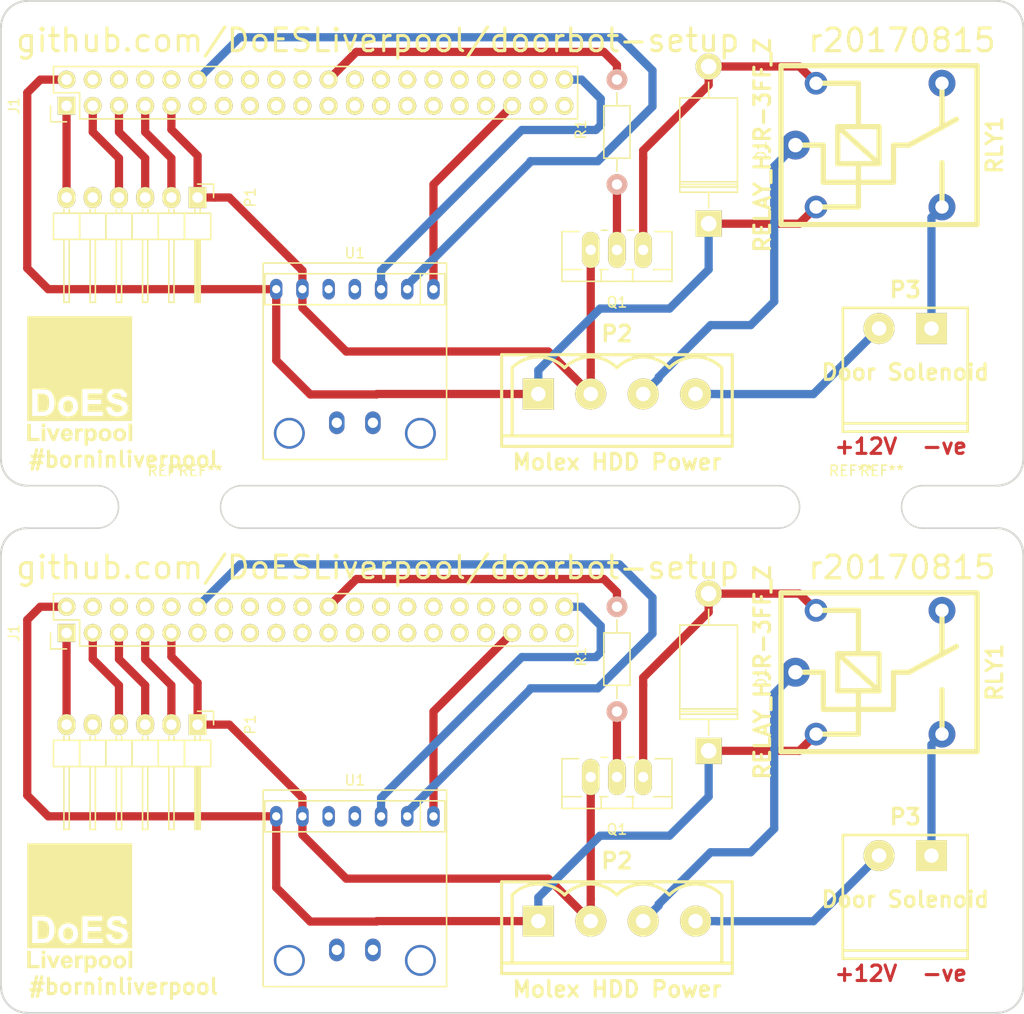
<source format=kicad_pcb>
(kicad_pcb (version 20170123) (host pcbnew no-vcs-found-9447181~59~ubuntu16.04.1)

  (general
    (thickness 1.6)
    (drawings 32)
    (tracks 166)
    (zones 0)
    (modules 26)
    (nets 103)
  )

  (page A4)
  (title_block
    (title "DoES Liverpool Doorbot Board")
  )

  (layers
    (0 F.Cu signal)
    (31 B.Cu signal)
    (32 B.Adhes user)
    (33 F.Adhes user)
    (34 B.Paste user)
    (35 F.Paste user)
    (36 B.SilkS user)
    (37 F.SilkS user)
    (38 B.Mask user)
    (39 F.Mask user)
    (40 Dwgs.User user)
    (41 Cmts.User user)
    (42 Eco1.User user)
    (43 Eco2.User user)
    (44 Edge.Cuts user)
    (45 Margin user)
    (46 B.CrtYd user)
    (47 F.CrtYd user)
    (48 B.Fab user)
    (49 F.Fab user)
  )

  (setup
    (last_trace_width 0.25)
    (user_trace_width 0.25)
    (user_trace_width 0.5)
    (trace_clearance 0)
    (zone_clearance 0.3)
    (zone_45_only no)
    (trace_min 0.2)
    (segment_width 0.1)
    (edge_width 0.1)
    (via_size 0.6)
    (via_drill 0.4)
    (via_min_size 0.4)
    (via_min_drill 0.3)
    (uvia_size 0.3)
    (uvia_drill 0.1)
    (uvias_allowed no)
    (uvia_min_size 0.2)
    (uvia_min_drill 0.1)
    (pcb_text_width 0.3)
    (pcb_text_size 1.5 1.5)
    (mod_edge_width 0.15)
    (mod_text_size 1 1)
    (mod_text_width 0.15)
    (pad_size 2 2)
    (pad_drill 2)
    (pad_to_mask_clearance 0)
    (aux_axis_origin 0 0)
    (visible_elements FFFFFF7F)
    (pcbplotparams
      (layerselection 0x010fc_ffffffff)
      (usegerberextensions true)
      (excludeedgelayer true)
      (linewidth 0.100000)
      (plotframeref false)
      (viasonmask false)
      (mode 1)
      (useauxorigin false)
      (hpglpennumber 1)
      (hpglpenspeed 20)
      (hpglpendiameter 15)
      (psnegative false)
      (psa4output false)
      (plotreference true)
      (plotvalue true)
      (plotinvisibletext false)
      (padsonsilk false)
      (subtractmaskfromsilk false)
      (outputformat 1)
      (mirror false)
      (drillshape 0)
      (scaleselection 1)
      (outputdirectory production))
  )

  (net 0 "")
  (net 1 "C0_Net-(J1-Pad9)")
  (net 2 "C0_Net-(J1-Pad7)")
  (net 3 "C0_Net-(J1-Pad5)")
  (net 4 "C0_Net-(J1-Pad3)")
  (net 5 "C0_Net-(P1-Pad5)")
  (net 6 "C0_Net-(J1-Pad1)")
  (net 7 "C0_Net-(P3-Pad1)")
  (net 8 "C0_Net-(P2-Pad4)")
  (net 9 "C0_Net-(D1-Pad2)")
  (net 10 "C0_Net-(D1-Pad1)")
  (net 11 "C0_Net-(Q1-Pad2)")
  (net 12 "C0_Net-(J1-Pad22)")
  (net 13 "C0_Net-(RLY1-Pad4)")
  (net 14 "C0_Net-(P2-Pad3)")
  (net 15 "C0_Net-(J1-Pad4)")
  (net 16 "C0_Net-(J1-Pad6)")
  (net 17 "C0_Net-(J1-Pad8)")
  (net 18 "C0_Net-(J1-Pad10)")
  (net 19 "C0_Net-(J1-Pad11)")
  (net 20 "C0_Net-(J1-Pad12)")
  (net 21 "C0_Net-(J1-Pad13)")
  (net 22 "C0_Net-(J1-Pad14)")
  (net 23 "C0_Net-(J1-Pad15)")
  (net 24 "C0_Net-(J1-Pad16)")
  (net 25 "C0_Net-(J1-Pad17)")
  (net 26 "C0_Net-(J1-Pad18)")
  (net 27 "C0_Net-(J1-Pad19)")
  (net 28 "C0_Net-(J1-Pad20)")
  (net 29 "C0_Net-(J1-Pad21)")
  (net 30 "C0_Net-(J1-Pad23)")
  (net 31 "C0_Net-(J1-Pad24)")
  (net 32 "C0_Net-(J1-Pad25)")
  (net 33 "C0_Net-(J1-Pad26)")
  (net 34 "C0_Net-(J1-Pad27)")
  (net 35 "C0_Net-(J1-Pad28)")
  (net 36 "C0_Net-(J1-Pad29)")
  (net 37 "C0_Net-(J1-Pad30)")
  (net 38 "C0_Net-(J1-Pad31)")
  (net 39 "C0_Net-(J1-Pad32)")
  (net 40 "C0_Net-(J1-Pad33)")
  (net 41 "C0_Net-(J1-Pad34)")
  (net 42 "C0_Net-(J1-Pad35)")
  (net 43 "C0_Net-(J1-Pad36)")
  (net 44 "C0_Net-(J1-Pad37)")
  (net 45 "C0_Net-(J1-Pad38)")
  (net 46 "C0_Net-(J1-Pad39)")
  (net 47 "C0_Net-(J1-Pad40)")
  (net 48 "C0_Net-(U1-Pad4)")
  (net 49 "C0_Net-(U1-Pad5)")
  (net 50 "C0_Net-(U1-Pad9)")
  (net 51 "C0_Net-(U1-Pad8)")
  (net 52 "C1_Net-(J1-Pad9)")
  (net 53 "C1_Net-(J1-Pad7)")
  (net 54 "C1_Net-(J1-Pad5)")
  (net 55 "C1_Net-(J1-Pad3)")
  (net 56 "C1_Net-(P1-Pad5)")
  (net 57 "C1_Net-(J1-Pad1)")
  (net 58 "C1_Net-(P3-Pad1)")
  (net 59 "C1_Net-(P2-Pad4)")
  (net 60 "C1_Net-(D1-Pad2)")
  (net 61 "C1_Net-(D1-Pad1)")
  (net 62 "C1_Net-(Q1-Pad2)")
  (net 63 "C1_Net-(J1-Pad22)")
  (net 64 "C1_Net-(RLY1-Pad4)")
  (net 65 "C1_Net-(P2-Pad3)")
  (net 66 "C1_Net-(J1-Pad4)")
  (net 67 "C1_Net-(J1-Pad6)")
  (net 68 "C1_Net-(J1-Pad8)")
  (net 69 "C1_Net-(J1-Pad10)")
  (net 70 "C1_Net-(J1-Pad11)")
  (net 71 "C1_Net-(J1-Pad12)")
  (net 72 "C1_Net-(J1-Pad13)")
  (net 73 "C1_Net-(J1-Pad14)")
  (net 74 "C1_Net-(J1-Pad15)")
  (net 75 "C1_Net-(J1-Pad16)")
  (net 76 "C1_Net-(J1-Pad17)")
  (net 77 "C1_Net-(J1-Pad18)")
  (net 78 "C1_Net-(J1-Pad19)")
  (net 79 "C1_Net-(J1-Pad20)")
  (net 80 "C1_Net-(J1-Pad21)")
  (net 81 "C1_Net-(J1-Pad23)")
  (net 82 "C1_Net-(J1-Pad24)")
  (net 83 "C1_Net-(J1-Pad25)")
  (net 84 "C1_Net-(J1-Pad26)")
  (net 85 "C1_Net-(J1-Pad27)")
  (net 86 "C1_Net-(J1-Pad28)")
  (net 87 "C1_Net-(J1-Pad29)")
  (net 88 "C1_Net-(J1-Pad30)")
  (net 89 "C1_Net-(J1-Pad31)")
  (net 90 "C1_Net-(J1-Pad32)")
  (net 91 "C1_Net-(J1-Pad33)")
  (net 92 "C1_Net-(J1-Pad34)")
  (net 93 "C1_Net-(J1-Pad35)")
  (net 94 "C1_Net-(J1-Pad36)")
  (net 95 "C1_Net-(J1-Pad37)")
  (net 96 "C1_Net-(J1-Pad38)")
  (net 97 "C1_Net-(J1-Pad39)")
  (net 98 "C1_Net-(J1-Pad40)")
  (net 99 "C1_Net-(U1-Pad4)")
  (net 100 "C1_Net-(U1-Pad5)")
  (net 101 "C1_Net-(U1-Pad9)")
  (net 102 "C1_Net-(U1-Pad8)")

  (net_class Default "This is the default net class."
    (clearance 0)
    (trace_width 0.25)
    (via_dia 0.6)
    (via_drill 0.4)
    (uvia_dia 0.3)
    (uvia_drill 0.1)
    (add_net "C0_Net-(D1-Pad1)")
    (add_net "C0_Net-(D1-Pad2)")
    (add_net "C0_Net-(J1-Pad1)")
    (add_net "C0_Net-(J1-Pad10)")
    (add_net "C0_Net-(J1-Pad11)")
    (add_net "C0_Net-(J1-Pad12)")
    (add_net "C0_Net-(J1-Pad13)")
    (add_net "C0_Net-(J1-Pad14)")
    (add_net "C0_Net-(J1-Pad15)")
    (add_net "C0_Net-(J1-Pad16)")
    (add_net "C0_Net-(J1-Pad17)")
    (add_net "C0_Net-(J1-Pad18)")
    (add_net "C0_Net-(J1-Pad19)")
    (add_net "C0_Net-(J1-Pad20)")
    (add_net "C0_Net-(J1-Pad21)")
    (add_net "C0_Net-(J1-Pad22)")
    (add_net "C0_Net-(J1-Pad23)")
    (add_net "C0_Net-(J1-Pad24)")
    (add_net "C0_Net-(J1-Pad25)")
    (add_net "C0_Net-(J1-Pad26)")
    (add_net "C0_Net-(J1-Pad27)")
    (add_net "C0_Net-(J1-Pad28)")
    (add_net "C0_Net-(J1-Pad29)")
    (add_net "C0_Net-(J1-Pad3)")
    (add_net "C0_Net-(J1-Pad30)")
    (add_net "C0_Net-(J1-Pad31)")
    (add_net "C0_Net-(J1-Pad32)")
    (add_net "C0_Net-(J1-Pad33)")
    (add_net "C0_Net-(J1-Pad34)")
    (add_net "C0_Net-(J1-Pad35)")
    (add_net "C0_Net-(J1-Pad36)")
    (add_net "C0_Net-(J1-Pad37)")
    (add_net "C0_Net-(J1-Pad38)")
    (add_net "C0_Net-(J1-Pad39)")
    (add_net "C0_Net-(J1-Pad4)")
    (add_net "C0_Net-(J1-Pad40)")
    (add_net "C0_Net-(J1-Pad5)")
    (add_net "C0_Net-(J1-Pad6)")
    (add_net "C0_Net-(J1-Pad7)")
    (add_net "C0_Net-(J1-Pad8)")
    (add_net "C0_Net-(J1-Pad9)")
    (add_net "C0_Net-(P1-Pad5)")
    (add_net "C0_Net-(P2-Pad3)")
    (add_net "C0_Net-(P2-Pad4)")
    (add_net "C0_Net-(P3-Pad1)")
    (add_net "C0_Net-(Q1-Pad2)")
    (add_net "C0_Net-(RLY1-Pad4)")
    (add_net "C0_Net-(U1-Pad4)")
    (add_net "C0_Net-(U1-Pad5)")
    (add_net "C0_Net-(U1-Pad8)")
    (add_net "C0_Net-(U1-Pad9)")
    (add_net "C1_Net-(D1-Pad1)")
    (add_net "C1_Net-(D1-Pad2)")
    (add_net "C1_Net-(J1-Pad1)")
    (add_net "C1_Net-(J1-Pad10)")
    (add_net "C1_Net-(J1-Pad11)")
    (add_net "C1_Net-(J1-Pad12)")
    (add_net "C1_Net-(J1-Pad13)")
    (add_net "C1_Net-(J1-Pad14)")
    (add_net "C1_Net-(J1-Pad15)")
    (add_net "C1_Net-(J1-Pad16)")
    (add_net "C1_Net-(J1-Pad17)")
    (add_net "C1_Net-(J1-Pad18)")
    (add_net "C1_Net-(J1-Pad19)")
    (add_net "C1_Net-(J1-Pad20)")
    (add_net "C1_Net-(J1-Pad21)")
    (add_net "C1_Net-(J1-Pad22)")
    (add_net "C1_Net-(J1-Pad23)")
    (add_net "C1_Net-(J1-Pad24)")
    (add_net "C1_Net-(J1-Pad25)")
    (add_net "C1_Net-(J1-Pad26)")
    (add_net "C1_Net-(J1-Pad27)")
    (add_net "C1_Net-(J1-Pad28)")
    (add_net "C1_Net-(J1-Pad29)")
    (add_net "C1_Net-(J1-Pad3)")
    (add_net "C1_Net-(J1-Pad30)")
    (add_net "C1_Net-(J1-Pad31)")
    (add_net "C1_Net-(J1-Pad32)")
    (add_net "C1_Net-(J1-Pad33)")
    (add_net "C1_Net-(J1-Pad34)")
    (add_net "C1_Net-(J1-Pad35)")
    (add_net "C1_Net-(J1-Pad36)")
    (add_net "C1_Net-(J1-Pad37)")
    (add_net "C1_Net-(J1-Pad38)")
    (add_net "C1_Net-(J1-Pad39)")
    (add_net "C1_Net-(J1-Pad4)")
    (add_net "C1_Net-(J1-Pad40)")
    (add_net "C1_Net-(J1-Pad5)")
    (add_net "C1_Net-(J1-Pad6)")
    (add_net "C1_Net-(J1-Pad7)")
    (add_net "C1_Net-(J1-Pad8)")
    (add_net "C1_Net-(J1-Pad9)")
    (add_net "C1_Net-(P1-Pad5)")
    (add_net "C1_Net-(P2-Pad3)")
    (add_net "C1_Net-(P2-Pad4)")
    (add_net "C1_Net-(P3-Pad1)")
    (add_net "C1_Net-(Q1-Pad2)")
    (add_net "C1_Net-(RLY1-Pad4)")
    (add_net "C1_Net-(U1-Pad4)")
    (add_net "C1_Net-(U1-Pad5)")
    (add_net "C1_Net-(U1-Pad8)")
    (add_net "C1_Net-(U1-Pad9)")
  )

  (module Mounting_Holes:MountingHole_2-5mm (layer F.Cu) (tedit 5994B3CA) (tstamp 5994D31F)
    (at 103.04 68.91)
    (descr "Mounting hole, Befestigungsbohrung, 2,5mm, No Annular, Kein Restring,")
    (tags "Mounting hole, Befestigungsbohrung, 2,5mm, No Annular, Kein Restring,")
    (fp_text reference REF** (at 0 -3.50012) (layer F.SilkS)
      (effects (font (size 1 1) (thickness 0.15)))
    )
    (fp_text value MountingHole_2-5mm (at 0.09906 3.59918) (layer F.Fab) hide
      (effects (font (size 1 1) (thickness 0.15)))
    )
    (fp_circle (center 0 0) (end 2.5 0) (layer Cmts.User) (width 0.381))
    (pad "" np_thru_hole circle (at 0 0) (size 2 2) (drill 2) (layers *.Cu *.Mask))
  )

  (module Mounting_Holes:MountingHole_2-5mm (layer F.Cu) (tedit 5994B39F) (tstamp 5994D31A)
    (at 100.04 68.91)
    (descr "Mounting hole, Befestigungsbohrung, 2,5mm, No Annular, Kein Restring,")
    (tags "Mounting hole, Befestigungsbohrung, 2,5mm, No Annular, Kein Restring,")
    (fp_text reference REF** (at 0 -3.50012) (layer F.SilkS) hide
      (effects (font (size 1 1) (thickness 0.15)))
    )
    (fp_text value MountingHole_2-5mm (at 0.09906 3.59918) (layer F.Fab) hide
      (effects (font (size 1 1) (thickness 0.15)))
    )
    (fp_circle (center 0 0) (end 2.5 0) (layer Cmts.User) (width 0.381))
    (pad "" np_thru_hole circle (at 0 0) (size 2 2) (drill 2) (layers *.Cu *.Mask))
  )

  (module Mounting_Holes:MountingHole_2-5mm (layer F.Cu) (tedit 5994B3E4) (tstamp 5994D315)
    (at 106.04 68.91)
    (descr "Mounting hole, Befestigungsbohrung, 2,5mm, No Annular, Kein Restring,")
    (tags "Mounting hole, Befestigungsbohrung, 2,5mm, No Annular, Kein Restring,")
    (fp_text reference REF** (at 0 -3.50012) (layer F.SilkS)
      (effects (font (size 1 1) (thickness 0.15)))
    )
    (fp_text value MountingHole_2-5mm (at 0.09906 3.59918) (layer F.Fab) hide
      (effects (font (size 1 1) (thickness 0.15)))
    )
    (fp_circle (center 0 0) (end 2.5 0) (layer Cmts.User) (width 0.381))
    (pad "" np_thru_hole circle (at 0 0) (size 2 2) (drill 2) (layers *.Cu *.Mask))
  )

  (module Mounting_Holes:MountingHole_2-5mm (layer F.Cu) (tedit 5994B3E4) (tstamp 5994D287)
    (at 40 68.91)
    (descr "Mounting hole, Befestigungsbohrung, 2,5mm, No Annular, Kein Restring,")
    (tags "Mounting hole, Befestigungsbohrung, 2,5mm, No Annular, Kein Restring,")
    (fp_text reference REF** (at 0 -3.50012) (layer F.SilkS)
      (effects (font (size 1 1) (thickness 0.15)))
    )
    (fp_text value MountingHole_2-5mm (at 0.09906 3.59918) (layer F.Fab) hide
      (effects (font (size 1 1) (thickness 0.15)))
    )
    (fp_circle (center 0 0) (end 2.5 0) (layer Cmts.User) (width 0.381))
    (pad "" np_thru_hole circle (at 0 0) (size 2 2) (drill 2) (layers *.Cu *.Mask))
  )

  (module Mounting_Holes:MountingHole_2-5mm (layer F.Cu) (tedit 5994B3CA) (tstamp 5994D217)
    (at 37 68.91)
    (descr "Mounting hole, Befestigungsbohrung, 2,5mm, No Annular, Kein Restring,")
    (tags "Mounting hole, Befestigungsbohrung, 2,5mm, No Annular, Kein Restring,")
    (fp_text reference REF** (at 0 -3.50012) (layer F.SilkS)
      (effects (font (size 1 1) (thickness 0.15)))
    )
    (fp_text value MountingHole_2-5mm (at 0.09906 3.59918) (layer F.Fab) hide
      (effects (font (size 1 1) (thickness 0.15)))
    )
    (fp_circle (center 0 0) (end 2.5 0) (layer Cmts.User) (width 0.381))
    (pad "" np_thru_hole circle (at 0 0) (size 2 2) (drill 2) (layers *.Cu *.Mask))
  )

  (module Mounting_Holes:MountingHole_2-5mm (layer F.Cu) (tedit 5994B39F) (tstamp 5994D204)
    (at 34 68.91)
    (descr "Mounting hole, Befestigungsbohrung, 2,5mm, No Annular, Kein Restring,")
    (tags "Mounting hole, Befestigungsbohrung, 2,5mm, No Annular, Kein Restring,")
    (fp_text reference REF** (at 0 -3.50012) (layer F.SilkS) hide
      (effects (font (size 1 1) (thickness 0.15)))
    )
    (fp_text value MountingHole_2-5mm (at 0.09906 3.59918) (layer F.Fab) hide
      (effects (font (size 1 1) (thickness 0.15)))
    )
    (fp_circle (center 0 0) (end 2.5 0) (layer Cmts.User) (width 0.381))
    (pad "" np_thru_hole circle (at 0 0) (size 2 2) (drill 2) (layers *.Cu *.Mask))
  )

  (module pi-interface:DoESLiverpool-logo (layer F.Cu) (tedit 0) (tstamp 5996559F)
    (at 28.29 56.69)
    (fp_text reference G*** (at 0 0) (layer F.SilkS) hide
      (effects (font (thickness 0.3)))
    )
    (fp_text value LOGO (at 0.75 0) (layer F.SilkS) hide
      (effects (font (thickness 0.3)))
    )
    (fp_poly (pts (xy -3.9243 1.236409) (xy -3.772778 1.239469) (xy -3.631399 1.247707) (xy -3.505625 1.260519)
      (xy -3.400915 1.277307) (xy -3.322728 1.297468) (xy -3.303836 1.304691) (xy -3.20034 1.367361)
      (xy -3.113737 1.458105) (xy -3.0453 1.574948) (xy -2.996304 1.715915) (xy -2.976672 1.811866)
      (xy -2.96803 1.895158) (xy -2.964016 1.999279) (xy -2.964264 2.116084) (xy -2.968408 2.237425)
      (xy -2.976083 2.355156) (xy -2.986923 2.461129) (xy -3.000562 2.547199) (xy -3.011667 2.591518)
      (xy -3.055762 2.705883) (xy -3.10804 2.793143) (xy -3.173667 2.859927) (xy -3.257807 2.912862)
      (xy -3.264802 2.916358) (xy -3.377354 2.9718) (xy -4.080934 2.983226) (xy -4.080934 1.236133)
      (xy -3.9243 1.236409)) (layer F.SilkS) (width 0.01))
    (fp_poly (pts (xy -1.009737 1.900213) (xy -0.919571 1.931402) (xy -0.835525 1.988142) (xy -0.823181 1.998724)
      (xy -0.750937 2.083404) (xy -0.697571 2.189716) (xy -0.663321 2.311019) (xy -0.648424 2.440671)
      (xy -0.653116 2.572029) (xy -0.677635 2.698452) (xy -0.722218 2.813298) (xy -0.787102 2.909924)
      (xy -0.790523 2.913759) (xy -0.877574 2.986056) (xy -0.98238 3.034469) (xy -1.096118 3.056105)
      (xy -1.204006 3.049303) (xy -1.308616 3.012033) (xy -1.402791 2.946616) (xy -1.48102 2.85841)
      (xy -1.537792 2.752774) (xy -1.552134 2.710765) (xy -1.569767 2.619527) (xy -1.577656 2.509663)
      (xy -1.575827 2.394974) (xy -1.564304 2.28926) (xy -1.55127 2.230659) (xy -1.501965 2.114633)
      (xy -1.429587 2.019555) (xy -1.338003 1.948462) (xy -1.23108 1.904387) (xy -1.117601 1.89031)
      (xy -1.009737 1.900213)) (layer F.SilkS) (width 0.01))
    (fp_poly (pts (xy 5.08 3.894667) (xy -5.08 3.894667) (xy -5.08 0.8128) (xy -4.605867 0.8128)
      (xy -4.605867 3.4036) (xy -3.995553 3.4036) (xy -3.823211 3.403313) (xy -3.680929 3.40236)
      (xy -3.564902 3.400606) (xy -3.471328 3.397912) (xy -3.396403 3.394143) (xy -3.336324 3.389162)
      (xy -3.287288 3.382832) (xy -3.25472 3.376964) (xy -3.078159 3.325149) (xy -2.921463 3.246219)
      (xy -2.785187 3.140884) (xy -2.669886 3.009851) (xy -2.576115 2.853828) (xy -2.50443 2.673524)
      (xy -2.46475 2.508572) (xy -2.078236 2.508572) (xy -2.077113 2.533866) (xy -2.053208 2.724321)
      (xy -2.003288 2.895113) (xy -1.928149 3.045065) (xy -1.828584 3.173001) (xy -1.705389 3.277744)
      (xy -1.559358 3.358116) (xy -1.506512 3.379011) (xy -1.360693 3.420155) (xy -1.206144 3.443509)
      (xy -1.052815 3.448533) (xy -0.910651 3.434692) (xy -0.829734 3.415566) (xy -0.664153 3.3477)
      (xy -0.516502 3.252471) (xy -0.389595 3.132821) (xy -0.286248 2.991694) (xy -0.209278 2.832034)
      (xy -0.178536 2.734824) (xy -0.162563 2.643912) (xy -0.154534 2.532715) (xy -0.154466 2.413873)
      (xy -0.162372 2.300027) (xy -0.177895 2.205393) (xy -0.228127 2.058911) (xy -0.305873 1.918299)
      (xy -0.4058 1.790309) (xy -0.522573 1.681693) (xy -0.650861 1.599205) (xy -0.6604 1.594454)
      (xy -0.818436 1.533744) (xy -0.983813 1.500154) (xy -1.151697 1.492753) (xy -1.317253 1.510609)
      (xy -1.475647 1.55279) (xy -1.622044 1.618366) (xy -1.751611 1.706404) (xy -1.859512 1.815974)
      (xy -1.868236 1.827174) (xy -1.966672 1.980752) (xy -2.03392 2.1436) (xy -2.070826 2.318585)
      (xy -2.078236 2.508572) (xy -2.46475 2.508572) (xy -2.455386 2.469647) (xy -2.436784 2.33361)
      (xy -2.427667 2.163672) (xy -2.43212 1.982662) (xy -2.449255 1.804429) (xy -2.47818 1.642822)
      (xy -2.482303 1.6256) (xy -2.538993 1.454028) (xy -2.619461 1.29603) (xy -2.720416 1.155544)
      (xy -2.838565 1.036507) (xy -2.970616 0.942857) (xy -3.104324 0.881546) (xy -3.166162 0.863358)
      (xy -3.238357 0.848397) (xy -3.324295 0.83642) (xy -3.427365 0.827185) (xy -3.550952 0.820449)
      (xy -3.698445 0.815968) (xy -3.87323 0.813501) (xy -4.063333 0.8128) (xy 0.270933 0.8128)
      (xy 0.270933 3.4036) (xy 2.235199 3.4036) (xy 2.235199 2.980267) (xy 0.778259 2.980267)
      (xy 0.782829 2.620433) (xy 0.783233 2.588591) (xy 2.575731 2.588591) (xy 2.575968 2.62862)
      (xy 2.585791 2.687529) (xy 2.603713 2.759034) (xy 2.628249 2.836847) (xy 2.657911 2.914683)
      (xy 2.677673 2.959036) (xy 2.759977 3.093669) (xy 2.868736 3.210365) (xy 3.000134 3.306373)
      (xy 3.150354 3.378941) (xy 3.315579 3.425317) (xy 3.3274 3.427475) (xy 3.478849 3.445773)
      (xy 3.64607 3.451878) (xy 3.813225 3.445755) (xy 3.955948 3.428852) (xy 4.12734 3.385365)
      (xy 4.279027 3.317692) (xy 4.409018 3.227979) (xy 4.515324 3.118373) (xy 4.595955 2.991021)
      (xy 4.648921 2.848068) (xy 4.672232 2.691663) (xy 4.673186 2.655133) (xy 4.660349 2.494988)
      (xy 4.619543 2.352254) (xy 4.549513 2.223527) (xy 4.483633 2.141242) (xy 4.428514 2.086196)
      (xy 4.368086 2.037621) (xy 4.298277 1.993701) (xy 4.215017 1.952617) (xy 4.114235 1.912551)
      (xy 3.99186 1.871685) (xy 3.843823 1.828202) (xy 3.688726 1.786231) (xy 3.536584 1.744069)
      (xy 3.41496 1.704991) (xy 3.320869 1.667141) (xy 3.251325 1.628661) (xy 3.203342 1.587696)
      (xy 3.173934 1.542389) (xy 3.160116 1.490884) (xy 3.158066 1.456266) (xy 3.168971 1.38324)
      (xy 3.204265 1.323809) (xy 3.267818 1.272623) (xy 3.306545 1.250915) (xy 3.39102 1.22081)
      (xy 3.496127 1.202978) (xy 3.610815 1.197728) (xy 3.724033 1.205369) (xy 3.82473 1.226211)
      (xy 3.852333 1.235653) (xy 3.899803 1.261075) (xy 3.947678 1.296916) (xy 3.951841 1.30071)
      (xy 3.986513 1.342065) (xy 4.022693 1.398986) (xy 4.054355 1.46016) (xy 4.075473 1.514274)
      (xy 4.080767 1.542744) (xy 4.084481 1.554115) (xy 4.099043 1.561398) (xy 4.129831 1.565125)
      (xy 4.182227 1.565823) (xy 4.261608 1.564023) (xy 4.288366 1.563177) (xy 4.374028 1.559872)
      (xy 4.451911 1.555952) (xy 4.513182 1.551918) (xy 4.547998 1.548431) (xy 4.600197 1.540462)
      (xy 4.586081 1.437251) (xy 4.550225 1.29556) (xy 4.484866 1.162226) (xy 4.39428 1.043108)
      (xy 4.282738 0.944068) (xy 4.182533 0.883835) (xy 4.078923 0.840062) (xy 3.9705 0.809176)
      (xy 3.850247 0.790056) (xy 3.711145 0.781581) (xy 3.548256 0.782569) (xy 3.442905 0.786406)
      (xy 3.363114 0.791492) (xy 3.300577 0.798969) (xy 3.246988 0.809973) (xy 3.194039 0.825644)
      (xy 3.167488 0.834777) (xy 3.016467 0.902735) (xy 2.89165 0.990011) (xy 2.79449 1.095588)
      (xy 2.792624 1.098179) (xy 2.717918 1.229115) (xy 2.674636 1.365841) (xy 2.661745 1.504478)
      (xy 2.678212 1.641146) (xy 2.723003 1.771967) (xy 2.795087 1.893062) (xy 2.893429 2.000551)
      (xy 3.016997 2.090555) (xy 3.063698 2.116043) (xy 3.143966 2.153265) (xy 3.235829 2.189132)
      (xy 3.344548 2.225382) (xy 3.475386 2.263752) (xy 3.633605 2.30598) (xy 3.6576 2.312135)
      (xy 3.805046 2.352887) (xy 3.922001 2.392754) (xy 4.01172 2.43367) (xy 4.07746 2.47757)
      (xy 4.122478 2.526388) (xy 4.150031 2.582059) (xy 4.15742 2.609039) (xy 4.158972 2.680865)
      (xy 4.138517 2.761712) (xy 4.099928 2.838754) (xy 4.079733 2.866302) (xy 4.007262 2.929801)
      (xy 3.910406 2.978339) (xy 3.796007 3.010065) (xy 3.670908 3.023127) (xy 3.541951 3.015674)
      (xy 3.532846 3.014319) (xy 3.398602 2.980173) (xy 3.288205 2.922365) (xy 3.200119 2.839565)
      (xy 3.132808 2.730444) (xy 3.097021 2.637016) (xy 3.061421 2.522366) (xy 2.982744 2.531659)
      (xy 2.921708 2.538671) (xy 2.848765 2.546761) (xy 2.771938 2.555076) (xy 2.699249 2.562765)
      (xy 2.63872 2.568975) (xy 2.598375 2.572855) (xy 2.586566 2.573728) (xy 2.575731 2.588591)
      (xy 0.783233 2.588591) (xy 0.7874 2.2606) (xy 1.435099 2.256165) (xy 2.082799 2.251731)
      (xy 2.082799 1.8288) (xy 0.778933 1.8288) (xy 0.778933 1.236133) (xy 2.184399 1.236133)
      (xy 2.184399 0.8128) (xy 0.270933 0.8128) (xy -4.063333 0.8128) (xy -4.605867 0.8128)
      (xy -5.08 0.8128) (xy -5.08 -6.265333) (xy 5.08 -6.265333) (xy 5.08 3.894667)) (layer F.SilkS) (width 0.01))
    (fp_poly (pts (xy -3.335867 4.4704) (xy -3.674534 4.4704) (xy -3.674534 4.148667) (xy -3.335867 4.148667)
      (xy -3.335867 4.4704)) (layer F.SilkS) (width 0.01))
    (fp_poly (pts (xy 5.08 5.825067) (xy 4.741333 5.825067) (xy 4.741333 4.148667) (xy 5.08 4.148667)
      (xy 5.08 5.825067)) (layer F.SilkS) (width 0.01))
    (fp_poly (pts (xy 0.192226 4.592919) (xy 0.249547 4.603161) (xy 0.302412 4.61709) (xy 0.341026 4.632133)
      (xy 0.3556 4.645461) (xy 0.350446 4.663067) (xy 0.33712 4.703311) (xy 0.318822 4.756935)
      (xy 0.298754 4.814678) (xy 0.280117 4.867279) (xy 0.266113 4.905479) (xy 0.262596 4.914481)
      (xy 0.251112 4.932989) (xy 0.231876 4.932524) (xy 0.202389 4.918714) (xy 0.12998 4.89649)
      (xy 0.056797 4.899765) (xy -0.005088 4.927971) (xy -0.005804 4.92853) (xy -0.035338 4.957931)
      (xy -0.058429 4.996913) (xy -0.075772 5.049493) (xy -0.088065 5.119684) (xy -0.096003 5.211501)
      (xy -0.100282 5.32896) (xy -0.101599 5.476076) (xy -0.1016 5.481007) (xy -0.1016 5.825067)
      (xy -0.440267 5.825067) (xy -0.440267 4.605867) (xy -0.135467 4.605867) (xy -0.135467 4.76372)
      (xy -0.0889 4.703248) (xy -0.028998 4.639331) (xy 0.035323 4.603227) (xy 0.114948 4.589505)
      (xy 0.140244 4.588933) (xy 0.192226 4.592919)) (layer F.SilkS) (width 0.01))
    (fp_poly (pts (xy -2.742507 4.847167) (xy -2.705367 4.948387) (xy -2.667137 5.054355) (xy -2.631901 5.153645)
      (xy -2.603742 5.23483) (xy -2.599542 5.247223) (xy -2.546037 5.40598) (xy -2.47552 5.20489)
      (xy -2.438728 5.101532) (xy -2.396338 4.984851) (xy -2.354611 4.871986) (xy -2.330916 4.809067)
      (xy -2.25683 4.614333) (xy -2.085149 4.609507) (xy -2.013587 4.608713) (xy -1.956674 4.610399)
      (xy -1.921511 4.614213) (xy -1.91364 4.617974) (xy -1.919736 4.636192) (xy -1.937027 4.682324)
      (xy -1.964137 4.75284) (xy -1.999692 4.844207) (xy -2.042316 4.952894) (xy -2.090634 5.075367)
      (xy -2.14327 5.208095) (xy -2.149569 5.223933) (xy -2.385324 5.8166) (xy -2.543096 5.820946)
      (xy -2.700867 5.825293) (xy -2.933018 5.245213) (xy -2.986239 5.11217) (xy -3.035756 4.988273)
      (xy -3.080091 4.877227) (xy -3.117769 4.782735) (xy -3.147311 4.708502) (xy -3.167241 4.658233)
      (xy -3.176082 4.635631) (xy -3.17613 4.6355) (xy -3.178254 4.622273) (xy -3.169204 4.613678)
      (xy -3.143461 4.608734) (xy -3.095505 4.606458) (xy -3.019817 4.60587) (xy -3.009528 4.605867)
      (xy -2.831966 4.605867) (xy -2.742507 4.847167)) (layer F.SilkS) (width 0.01))
    (fp_poly (pts (xy -3.335867 5.825067) (xy -3.674534 5.825067) (xy -3.674534 4.605867) (xy -3.335867 4.605867)
      (xy -3.335867 5.825067)) (layer F.SilkS) (width 0.01))
    (fp_poly (pts (xy -4.7244 5.5372) (xy -3.894667 5.5372) (xy -3.894667 5.825067) (xy -5.08 5.825067)
      (xy -5.08 4.1656) (xy -4.7244 4.1656) (xy -4.7244 5.5372)) (layer F.SilkS) (width 0.01))
    (fp_poly (pts (xy 3.964754 4.598077) (xy 4.027046 4.601091) (xy 4.073735 4.607913) (xy 4.113947 4.620015)
      (xy 4.156808 4.638869) (xy 4.167708 4.644173) (xy 4.260166 4.703319) (xy 4.348446 4.784146)
      (xy 4.421891 4.875796) (xy 4.458897 4.940855) (xy 4.475686 4.982462) (xy 4.486584 5.025989)
      (xy 4.492769 5.080199) (xy 4.495417 5.15385) (xy 4.4958 5.215467) (xy 4.495038 5.303411)
      (xy 4.491805 5.366737) (xy 4.48468 5.414674) (xy 4.472243 5.456455) (xy 4.453072 5.501309)
      (xy 4.451177 5.505365) (xy 4.377799 5.627204) (xy 4.282899 5.723657) (xy 4.170158 5.794387)
      (xy 4.107014 5.822956) (xy 4.051705 5.840152) (xy 3.990061 5.84923) (xy 3.913747 5.853265)
      (xy 3.82774 5.852693) (xy 3.748837 5.846374) (xy 3.691466 5.835663) (xy 3.568237 5.788336)
      (xy 3.467064 5.722494) (xy 3.401693 5.65937) (xy 3.3406 5.580494) (xy 3.298525 5.497629)
      (xy 3.272897 5.402741) (xy 3.261146 5.287797) (xy 3.259796 5.221819) (xy 3.599094 5.221819)
      (xy 3.599104 5.223933) (xy 3.60385 5.317993) (xy 3.619546 5.389095) (xy 3.649946 5.447377)
      (xy 3.698803 5.502974) (xy 3.704421 5.508371) (xy 3.781084 5.559885) (xy 3.867158 5.579792)
      (xy 3.958804 5.567651) (xy 4.016189 5.54412) (xy 4.051475 5.515682) (xy 4.090269 5.469599)
      (xy 4.109908 5.439739) (xy 4.134636 5.393072) (xy 4.148918 5.349778) (xy 4.155457 5.297459)
      (xy 4.156956 5.223933) (xy 4.149757 5.114197) (xy 4.126768 5.029092) (xy 4.085418 4.962069)
      (xy 4.036108 4.916085) (xy 3.955768 4.873858) (xy 3.871141 4.862551) (xy 3.788108 4.880778)
      (xy 3.712551 4.927156) (xy 3.65035 5.000298) (xy 3.645691 5.008005) (xy 3.62103 5.054504)
      (xy 3.606822 5.097398) (xy 3.6004 5.149048) (xy 3.599094 5.221819) (xy 3.259796 5.221819)
      (xy 3.259666 5.215467) (xy 3.260588 5.131329) (xy 3.264562 5.070494) (xy 3.273404 5.022418)
      (xy 3.288926 4.976558) (xy 3.308426 4.932099) (xy 3.37301 4.826122) (xy 3.460486 4.730965)
      (xy 3.561345 4.656236) (xy 3.603121 4.634302) (xy 3.644728 4.617513) (xy 3.688256 4.606615)
      (xy 3.742465 4.60043) (xy 3.816117 4.597782) (xy 3.877733 4.5974) (xy 3.964754 4.598077)) (layer F.SilkS) (width 0.01))
    (fp_poly (pts (xy 2.546089 4.598398) (xy 2.611777 4.602176) (xy 2.661157 4.609912) (xy 2.702991 4.622783)
      (xy 2.729945 4.634302) (xy 2.822735 4.690958) (xy 2.912321 4.769952) (xy 2.987848 4.86063)
      (xy 3.026593 4.92546) (xy 3.047177 4.970171) (xy 3.060673 5.010172) (xy 3.068557 5.054589)
      (xy 3.072299 5.112547) (xy 3.073375 5.193173) (xy 3.073399 5.215467) (xy 3.07265 5.303278)
      (xy 3.069443 5.366502) (xy 3.062339 5.414403) (xy 3.049901 5.456244) (xy 3.03069 5.50129)
      (xy 3.028184 5.506661) (xy 2.960608 5.615719) (xy 2.869253 5.71232) (xy 2.763397 5.787216)
      (xy 2.729594 5.804348) (xy 2.638946 5.833889) (xy 2.529963 5.851199) (xy 2.416235 5.855353)
      (xy 2.31135 5.845428) (xy 2.269066 5.835663) (xy 2.147268 5.789038) (xy 2.046782 5.723997)
      (xy 1.976254 5.656072) (xy 1.917678 5.581303) (xy 1.877076 5.503785) (xy 1.851897 5.415432)
      (xy 1.839589 5.308159) (xy 1.838417 5.261363) (xy 2.175575 5.261363) (xy 2.184744 5.34582)
      (xy 2.205251 5.411383) (xy 2.20655 5.413891) (xy 2.266266 5.4966) (xy 2.3402 5.551717)
      (xy 2.423598 5.577762) (xy 2.511707 5.57325) (xy 2.599774 5.536699) (xy 2.599911 5.536615)
      (xy 2.639967 5.502158) (xy 2.680073 5.452744) (xy 2.693044 5.432203) (xy 2.715332 5.387224)
      (xy 2.728044 5.341615) (xy 2.733571 5.283347) (xy 2.73444 5.223933) (xy 2.723272 5.101431)
      (xy 2.690748 5.003894) (xy 2.637462 4.932079) (xy 2.564011 4.886745) (xy 2.470989 4.868651)
      (xy 2.455333 4.868333) (xy 2.363269 4.881036) (xy 2.289476 4.920747) (xy 2.230076 4.989869)
      (xy 2.213828 5.017926) (xy 2.190344 5.085087) (xy 2.177517 5.170343) (xy 2.175575 5.261363)
      (xy 1.838417 5.261363) (xy 1.837266 5.215467) (xy 1.838188 5.131329) (xy 1.842162 5.070494)
      (xy 1.851004 5.022418) (xy 1.866526 4.976558) (xy 1.886026 4.932099) (xy 1.95061 4.826122)
      (xy 2.038086 4.730965) (xy 2.138945 4.656236) (xy 2.180721 4.634302) (xy 2.222328 4.617513)
      (xy 2.265856 4.606615) (xy 2.320065 4.60043) (xy 2.393717 4.597782) (xy 2.455333 4.5974)
      (xy 2.546089 4.598398)) (layer F.SilkS) (width 0.01))
    (fp_poly (pts (xy -1.158135 4.593682) (xy -1.052405 4.61384) (xy -0.95822 4.654992) (xy -0.891244 4.699922)
      (xy -0.817811 4.775176) (xy -0.75702 4.875981) (xy -0.711605 4.9955) (xy -0.684301 5.126899)
      (xy -0.677334 5.234711) (xy -0.677334 5.317067) (xy -1.075267 5.317067) (xy -1.201186 5.317129)
      (xy -1.297271 5.317568) (xy -1.367556 5.318757) (xy -1.416075 5.321072) (xy -1.446862 5.324887)
      (xy -1.463949 5.330577) (xy -1.47137 5.338517) (xy -1.473159 5.349083) (xy -1.473201 5.354054)
      (xy -1.45794 5.425678) (xy -1.417293 5.494355) (xy -1.35896 5.552289) (xy -1.29064 5.59169)
      (xy -1.225362 5.60487) (xy -1.158712 5.589868) (xy -1.097361 5.550882) (xy -1.054473 5.496689)
      (xy -1.050697 5.488403) (xy -1.030766 5.452599) (xy -1.01137 5.435802) (xy -1.009713 5.435623)
      (xy -0.981795 5.438513) (xy -0.932954 5.446012) (xy -0.872453 5.456418) (xy -0.809558 5.468028)
      (xy -0.753533 5.47914) (xy -0.713641 5.48805) (xy -0.699278 5.492678) (xy -0.698926 5.51475)
      (xy -0.7154 5.55505) (xy -0.744202 5.605495) (xy -0.780836 5.658001) (xy -0.811898 5.695126)
      (xy -0.895397 5.768141) (xy -0.991747 5.817231) (xy -1.106951 5.844817) (xy -1.202267 5.852638)
      (xy -1.277988 5.852994) (xy -1.348918 5.849615) (xy -1.40199 5.843205) (xy -1.409964 5.84146)
      (xy -1.532217 5.794197) (xy -1.635919 5.719578) (xy -1.718328 5.620199) (xy -1.776701 5.498656)
      (xy -1.778845 5.492329) (xy -1.795744 5.435601) (xy -1.805929 5.382242) (xy -1.810462 5.321683)
      (xy -1.810408 5.243357) (xy -1.808953 5.193074) (xy -1.80465 5.102182) (xy -1.801281 5.068963)
      (xy -1.473142 5.068963) (xy -1.468684 5.091937) (xy -1.445145 5.105334) (xy -1.398635 5.111735)
      (xy -1.325262 5.113721) (xy -1.244601 5.113867) (xy -1.016001 5.113867) (xy -1.016064 5.0673)
      (xy -1.025025 5.021177) (xy -1.046814 4.970582) (xy -1.049776 4.965545) (xy -1.107119 4.898329)
      (xy -1.175785 4.859038) (xy -1.249401 4.84737) (xy -1.321589 4.863026) (xy -1.385974 4.905704)
      (xy -1.436181 4.975105) (xy -1.440381 4.983953) (xy -1.462411 5.033829) (xy -1.473142 5.068963)
      (xy -1.801281 5.068963) (xy -1.797874 5.035381) (xy -1.786899 4.982903) (xy -1.769997 4.934981)
      (xy -1.758885 4.909894) (xy -1.694164 4.797626) (xy -1.614138 4.711153) (xy -1.520933 4.648112)
      (xy -1.466821 4.621883) (xy -1.414314 4.605642) (xy -1.350693 4.59637) (xy -1.28457 4.592005)
      (xy -1.158135 4.593682)) (layer F.SilkS) (width 0.01))
    (fp_poly (pts (xy 1.281064 4.604011) (xy 1.391482 4.647843) (xy 1.484837 4.718326) (xy 1.559577 4.813358)
      (xy 1.614151 4.930835) (xy 1.647005 5.068655) (xy 1.656588 5.224715) (xy 1.65517 5.266255)
      (xy 1.640908 5.403934) (xy 1.612255 5.516934) (xy 1.566487 5.61237) (xy 1.500883 5.697356)
      (xy 1.483152 5.715723) (xy 1.383117 5.794259) (xy 1.273227 5.842557) (xy 1.158161 5.860293)
      (xy 1.042599 5.847147) (xy 0.93122 5.802794) (xy 0.864877 5.758345) (xy 0.795866 5.703687)
      (xy 0.795866 6.282267) (xy 0.474133 6.282267) (xy 0.474133 5.175284) (xy 0.802186 5.175284)
      (xy 0.804722 5.27554) (xy 0.821162 5.368742) (xy 0.846952 5.434944) (xy 0.904773 5.51291)
      (xy 0.973845 5.563926) (xy 1.04936 5.586358) (xy 1.12651 5.578576) (xy 1.185589 5.5499)
      (xy 1.243167 5.498936) (xy 1.281975 5.434237) (xy 1.30425 5.350048) (xy 1.312229 5.240616)
      (xy 1.312333 5.223933) (xy 1.306079 5.110729) (xy 1.285824 5.023529) (xy 1.249333 4.95658)
      (xy 1.194368 4.904129) (xy 1.185589 4.897967) (xy 1.109148 4.8645) (xy 1.029343 4.861503)
      (xy 0.952576 4.887018) (xy 0.885247 4.939084) (xy 0.839672 5.0038) (xy 0.813765 5.080522)
      (xy 0.802186 5.175284) (xy 0.474133 5.175284) (xy 0.474133 4.605867) (xy 0.778933 4.605867)
      (xy 0.778933 4.761145) (xy 0.854131 4.694953) (xy 0.93796 4.635472) (xy 1.029443 4.601347)
      (xy 1.138449 4.5891) (xy 1.155137 4.588933) (xy 1.281064 4.604011)) (layer F.SilkS) (width 0.01))
  )

  (module Pin_Headers:Pin_Header_Angled_1x06 (layer F.Cu) (tedit 0) (tstamp 55E0DC07)
    (at 39.72 38.91 270)
    (descr "Through hole pin header")
    (tags "pin header")
    (path /55E0CC33)
    (fp_text reference P1 (at 0 -5.1 270) (layer F.SilkS)
      (effects (font (size 1 1) (thickness 0.15)))
    )
    (fp_text value "SL030 RFID" (at 0 -3.1 270) (layer F.Fab)
      (effects (font (size 1 1) (thickness 0.15)))
    )
    (fp_line (start -1.5 -1.75) (end -1.5 14.45) (layer F.CrtYd) (width 0.05))
    (fp_line (start 10.65 -1.75) (end 10.65 14.45) (layer F.CrtYd) (width 0.05))
    (fp_line (start -1.5 -1.75) (end 10.65 -1.75) (layer F.CrtYd) (width 0.05))
    (fp_line (start -1.5 14.45) (end 10.65 14.45) (layer F.CrtYd) (width 0.05))
    (fp_line (start -1.3 -1.55) (end -1.3 0) (layer F.SilkS) (width 0.15))
    (fp_line (start 0 -1.55) (end -1.3 -1.55) (layer F.SilkS) (width 0.15))
    (fp_line (start 4.191 -0.127) (end 10.033 -0.127) (layer F.SilkS) (width 0.15))
    (fp_line (start 10.033 -0.127) (end 10.033 0.127) (layer F.SilkS) (width 0.15))
    (fp_line (start 10.033 0.127) (end 4.191 0.127) (layer F.SilkS) (width 0.15))
    (fp_line (start 4.191 0.127) (end 4.191 0) (layer F.SilkS) (width 0.15))
    (fp_line (start 4.191 0) (end 10.033 0) (layer F.SilkS) (width 0.15))
    (fp_line (start 1.524 -0.254) (end 1.143 -0.254) (layer F.SilkS) (width 0.15))
    (fp_line (start 1.524 0.254) (end 1.143 0.254) (layer F.SilkS) (width 0.15))
    (fp_line (start 1.524 2.286) (end 1.143 2.286) (layer F.SilkS) (width 0.15))
    (fp_line (start 1.524 2.794) (end 1.143 2.794) (layer F.SilkS) (width 0.15))
    (fp_line (start 1.524 4.826) (end 1.143 4.826) (layer F.SilkS) (width 0.15))
    (fp_line (start 1.524 5.334) (end 1.143 5.334) (layer F.SilkS) (width 0.15))
    (fp_line (start 1.524 12.954) (end 1.143 12.954) (layer F.SilkS) (width 0.15))
    (fp_line (start 1.524 12.446) (end 1.143 12.446) (layer F.SilkS) (width 0.15))
    (fp_line (start 1.524 10.414) (end 1.143 10.414) (layer F.SilkS) (width 0.15))
    (fp_line (start 1.524 9.906) (end 1.143 9.906) (layer F.SilkS) (width 0.15))
    (fp_line (start 1.524 7.874) (end 1.143 7.874) (layer F.SilkS) (width 0.15))
    (fp_line (start 1.524 7.366) (end 1.143 7.366) (layer F.SilkS) (width 0.15))
    (fp_line (start 1.524 -1.27) (end 4.064 -1.27) (layer F.SilkS) (width 0.15))
    (fp_line (start 1.524 1.27) (end 4.064 1.27) (layer F.SilkS) (width 0.15))
    (fp_line (start 1.524 1.27) (end 1.524 3.81) (layer F.SilkS) (width 0.15))
    (fp_line (start 1.524 3.81) (end 4.064 3.81) (layer F.SilkS) (width 0.15))
    (fp_line (start 4.064 2.286) (end 10.16 2.286) (layer F.SilkS) (width 0.15))
    (fp_line (start 10.16 2.286) (end 10.16 2.794) (layer F.SilkS) (width 0.15))
    (fp_line (start 10.16 2.794) (end 4.064 2.794) (layer F.SilkS) (width 0.15))
    (fp_line (start 4.064 3.81) (end 4.064 1.27) (layer F.SilkS) (width 0.15))
    (fp_line (start 4.064 1.27) (end 4.064 -1.27) (layer F.SilkS) (width 0.15))
    (fp_line (start 10.16 0.254) (end 4.064 0.254) (layer F.SilkS) (width 0.15))
    (fp_line (start 10.16 -0.254) (end 10.16 0.254) (layer F.SilkS) (width 0.15))
    (fp_line (start 4.064 -0.254) (end 10.16 -0.254) (layer F.SilkS) (width 0.15))
    (fp_line (start 1.524 1.27) (end 4.064 1.27) (layer F.SilkS) (width 0.15))
    (fp_line (start 1.524 -1.27) (end 1.524 1.27) (layer F.SilkS) (width 0.15))
    (fp_line (start 1.524 8.89) (end 4.064 8.89) (layer F.SilkS) (width 0.15))
    (fp_line (start 1.524 8.89) (end 1.524 11.43) (layer F.SilkS) (width 0.15))
    (fp_line (start 1.524 11.43) (end 4.064 11.43) (layer F.SilkS) (width 0.15))
    (fp_line (start 4.064 9.906) (end 10.16 9.906) (layer F.SilkS) (width 0.15))
    (fp_line (start 10.16 9.906) (end 10.16 10.414) (layer F.SilkS) (width 0.15))
    (fp_line (start 10.16 10.414) (end 4.064 10.414) (layer F.SilkS) (width 0.15))
    (fp_line (start 4.064 11.43) (end 4.064 8.89) (layer F.SilkS) (width 0.15))
    (fp_line (start 4.064 13.97) (end 4.064 11.43) (layer F.SilkS) (width 0.15))
    (fp_line (start 10.16 12.954) (end 4.064 12.954) (layer F.SilkS) (width 0.15))
    (fp_line (start 10.16 12.446) (end 10.16 12.954) (layer F.SilkS) (width 0.15))
    (fp_line (start 4.064 12.446) (end 10.16 12.446) (layer F.SilkS) (width 0.15))
    (fp_line (start 1.524 13.97) (end 4.064 13.97) (layer F.SilkS) (width 0.15))
    (fp_line (start 1.524 11.43) (end 1.524 13.97) (layer F.SilkS) (width 0.15))
    (fp_line (start 1.524 11.43) (end 4.064 11.43) (layer F.SilkS) (width 0.15))
    (fp_line (start 1.524 6.35) (end 4.064 6.35) (layer F.SilkS) (width 0.15))
    (fp_line (start 1.524 6.35) (end 1.524 8.89) (layer F.SilkS) (width 0.15))
    (fp_line (start 1.524 8.89) (end 4.064 8.89) (layer F.SilkS) (width 0.15))
    (fp_line (start 4.064 7.366) (end 10.16 7.366) (layer F.SilkS) (width 0.15))
    (fp_line (start 10.16 7.366) (end 10.16 7.874) (layer F.SilkS) (width 0.15))
    (fp_line (start 10.16 7.874) (end 4.064 7.874) (layer F.SilkS) (width 0.15))
    (fp_line (start 4.064 8.89) (end 4.064 6.35) (layer F.SilkS) (width 0.15))
    (fp_line (start 4.064 6.35) (end 4.064 3.81) (layer F.SilkS) (width 0.15))
    (fp_line (start 10.16 5.334) (end 4.064 5.334) (layer F.SilkS) (width 0.15))
    (fp_line (start 10.16 4.826) (end 10.16 5.334) (layer F.SilkS) (width 0.15))
    (fp_line (start 4.064 4.826) (end 10.16 4.826) (layer F.SilkS) (width 0.15))
    (fp_line (start 1.524 6.35) (end 4.064 6.35) (layer F.SilkS) (width 0.15))
    (fp_line (start 1.524 3.81) (end 1.524 6.35) (layer F.SilkS) (width 0.15))
    (fp_line (start 1.524 3.81) (end 4.064 3.81) (layer F.SilkS) (width 0.15))
    (pad 1 thru_hole rect (at 0 0 270) (size 2.032 1.7272) (drill 1.016) (layers *.Cu *.Mask F.SilkS)
      (net 1 "C0_Net-(J1-Pad9)"))
    (pad 2 thru_hole oval (at 0 2.54 270) (size 2.032 1.7272) (drill 1.016) (layers *.Cu *.Mask F.SilkS)
      (net 2 "C0_Net-(J1-Pad7)"))
    (pad 3 thru_hole oval (at 0 5.08 270) (size 2.032 1.7272) (drill 1.016) (layers *.Cu *.Mask F.SilkS)
      (net 3 "C0_Net-(J1-Pad5)"))
    (pad 4 thru_hole oval (at 0 7.62 270) (size 2.032 1.7272) (drill 1.016) (layers *.Cu *.Mask F.SilkS)
      (net 4 "C0_Net-(J1-Pad3)"))
    (pad 5 thru_hole oval (at 0 10.16 270) (size 2.032 1.7272) (drill 1.016) (layers *.Cu *.Mask F.SilkS)
      (net 5 "C0_Net-(P1-Pad5)"))
    (pad 6 thru_hole oval (at 0 12.7 270) (size 2.032 1.7272) (drill 1.016) (layers *.Cu *.Mask F.SilkS)
      (net 6 "C0_Net-(J1-Pad1)"))
  )

  (module w_conn_screw:mstba_2,5%2f2-g-5,08 (layer F.Cu) (tedit 0) (tstamp 55E0DC19)
    (at 108.3 51.61 180)
    (descr "Terminal block 2 pins, Phoenix MSTBA 2,5/2-G-5,08")
    (path /55E0D7B3)
    (fp_text reference P3 (at 0 3.74904 180) (layer F.SilkS)
      (effects (font (thickness 0.3048)))
    )
    (fp_text value "Door Solenoid" (at 0 -4.24942 180) (layer F.SilkS)
      (effects (font (thickness 0.3048)))
    )
    (fp_line (start -6.05028 -9.19988) (end 6.05028 -9.19988) (layer F.SilkS) (width 0.254))
    (fp_line (start 6.05028 1.99898) (end -6.05028 1.99898) (layer F.SilkS) (width 0.254))
    (fp_line (start -6.05028 1.99898) (end -6.05028 -9.99998) (layer F.SilkS) (width 0.254))
    (fp_line (start 6.05028 -9.99998) (end -6.05028 -9.99998) (layer F.SilkS) (width 0.254))
    (fp_line (start 6.05028 1.99898) (end 6.05028 -9.99998) (layer F.SilkS) (width 0.254))
    (pad 1 thru_hole rect (at -2.54 0 180) (size 2.99974 2.99974) (drill 1.39954) (layers *.Cu *.Mask F.SilkS)
      (net 7 "C0_Net-(P3-Pad1)"))
    (pad 2 thru_hole circle (at 2.54 0 180) (size 2.99974 2.99974) (drill 1.39954) (layers *.Cu *.Mask F.SilkS)
      (net 8 "C0_Net-(P2-Pad4)"))
  )

  (module Diodes_ThroughHole:Diode_DO-201AD_Horizontal_RM15 (layer F.Cu) (tedit 552FFBC7) (tstamp 55EF44A8)
    (at 89.25 41.45 90)
    (descr "Diode DO-201AD Horizontal")
    (tags "Diode DO-201AD Horizontal SB320 SB340 SB360")
    (path /55EB05E0)
    (fp_text reference D1 (at 7.06722 5.07704 90) (layer F.SilkS)
      (effects (font (size 1 1) (thickness 0.15)))
    )
    (fp_text value D (at 7.82922 -4.82896 90) (layer F.Fab)
      (effects (font (size 1 1) (thickness 0.15)))
    )
    (fp_line (start 12.19322 -0.00296) (end 13.71722 -0.00296) (layer F.SilkS) (width 0.15))
    (fp_line (start 3.04922 -0.00296) (end 1.52522 -0.00296) (layer F.SilkS) (width 0.15))
    (fp_line (start 4.06522 -2.79696) (end 4.06522 2.79104) (layer F.SilkS) (width 0.15))
    (fp_line (start 3.81122 -2.79696) (end 3.81122 2.79104) (layer F.SilkS) (width 0.15))
    (fp_line (start 3.55722 -2.79696) (end 3.55722 2.79104) (layer F.SilkS) (width 0.15))
    (fp_line (start 3.04922 2.79104) (end 3.04922 -2.79696) (layer F.SilkS) (width 0.15))
    (fp_line (start 3.04922 -2.79696) (end 12.19322 -2.79696) (layer F.SilkS) (width 0.15))
    (fp_line (start 12.19322 -2.79696) (end 12.19322 2.79104) (layer F.SilkS) (width 0.15))
    (fp_line (start 12.19322 2.79104) (end 3.04922 2.79104) (layer F.SilkS) (width 0.15))
    (pad 2 thru_hole circle (at 15.24122 -0.00296 270) (size 2.54 2.54) (drill 1.50114) (layers *.Cu *.Mask F.SilkS)
      (net 9 "C0_Net-(D1-Pad2)"))
    (pad 1 thru_hole rect (at 0.00122 -0.00296 270) (size 2.54 2.54) (drill 1.50114) (layers *.Cu *.Mask F.SilkS)
      (net 10 "C0_Net-(D1-Pad1)"))
  )

  (module Transistors_TO-220:TO-220_Neutral123_Vertical_LargePads (layer F.Cu) (tedit 0) (tstamp 55EF44C0)
    (at 80.36 43.99 180)
    (descr "TO-220, Neutral, Vertical, Large Pads,")
    (tags "TO-220, Neutral, Vertical, Large Pads,")
    (path /55EB080F)
    (fp_text reference Q1 (at 0 -5.08 180) (layer F.SilkS)
      (effects (font (size 1 1) (thickness 0.15)))
    )
    (fp_text value BC237 (at 0 3.81 180) (layer F.Fab)
      (effects (font (size 1 1) (thickness 0.15)))
    )
    (fp_line (start 5.334 -1.905) (end 3.429 -1.905) (layer F.SilkS) (width 0.15))
    (fp_line (start 0.889 -1.905) (end 1.651 -1.905) (layer F.SilkS) (width 0.15))
    (fp_line (start -1.524 -1.905) (end -1.651 -1.905) (layer F.SilkS) (width 0.15))
    (fp_line (start -1.524 -1.905) (end -0.889 -1.905) (layer F.SilkS) (width 0.15))
    (fp_line (start -5.334 -1.905) (end -3.556 -1.905) (layer F.SilkS) (width 0.15))
    (fp_line (start -5.334 1.778) (end -3.683 1.778) (layer F.SilkS) (width 0.15))
    (fp_line (start -1.016 1.905) (end -1.651 1.905) (layer F.SilkS) (width 0.15))
    (fp_line (start 1.524 1.905) (end 0.889 1.905) (layer F.SilkS) (width 0.15))
    (fp_line (start 5.334 1.778) (end 3.683 1.778) (layer F.SilkS) (width 0.15))
    (fp_line (start -1.524 -3.048) (end -1.524 -1.905) (layer F.SilkS) (width 0.15))
    (fp_line (start 1.524 -3.048) (end 1.524 -1.905) (layer F.SilkS) (width 0.15))
    (fp_line (start 5.334 -1.905) (end 5.334 1.778) (layer F.SilkS) (width 0.15))
    (fp_line (start -5.334 1.778) (end -5.334 -1.905) (layer F.SilkS) (width 0.15))
    (fp_line (start 5.334 -3.048) (end 5.334 -1.905) (layer F.SilkS) (width 0.15))
    (fp_line (start -5.334 -1.905) (end -5.334 -3.048) (layer F.SilkS) (width 0.15))
    (fp_line (start 0 -3.048) (end -5.334 -3.048) (layer F.SilkS) (width 0.15))
    (fp_line (start 0 -3.048) (end 5.334 -3.048) (layer F.SilkS) (width 0.15))
    (pad 2 thru_hole oval (at 0 0 270) (size 3.50012 1.69926) (drill 1.00076) (layers *.Cu *.Mask F.SilkS)
      (net 11 "C0_Net-(Q1-Pad2)"))
    (pad 1 thru_hole oval (at -2.54 0 270) (size 3.50012 1.69926) (drill 1.00076) (layers *.Cu *.Mask F.SilkS)
      (net 9 "C0_Net-(D1-Pad2)"))
    (pad 3 thru_hole oval (at 2.54 0 270) (size 3.50012 1.69926) (drill 1.00076) (layers *.Cu *.Mask F.SilkS)
      (net 1 "C0_Net-(J1-Pad9)"))
  )

  (module Resistors_ThroughHole:Resistor_Horizontal_RM10mm (layer F.Cu) (tedit 53F56209) (tstamp 55EF44CC)
    (at 80.36 32.56 90)
    (descr "Resistor, Axial,  RM 10mm, 1/3W,")
    (tags "Resistor, Axial, RM 10mm, 1/3W,")
    (path /55EB05B7)
    (fp_text reference R1 (at 0.24892 -3.50012 90) (layer F.SilkS)
      (effects (font (size 1 1) (thickness 0.15)))
    )
    (fp_text value 220R (at 3.81 3.81 90) (layer F.Fab)
      (effects (font (size 1 1) (thickness 0.15)))
    )
    (fp_line (start -2.54 -1.27) (end 2.54 -1.27) (layer F.SilkS) (width 0.15))
    (fp_line (start 2.54 -1.27) (end 2.54 1.27) (layer F.SilkS) (width 0.15))
    (fp_line (start 2.54 1.27) (end -2.54 1.27) (layer F.SilkS) (width 0.15))
    (fp_line (start -2.54 1.27) (end -2.54 -1.27) (layer F.SilkS) (width 0.15))
    (fp_line (start -2.54 0) (end -3.81 0) (layer F.SilkS) (width 0.15))
    (fp_line (start 2.54 0) (end 3.81 0) (layer F.SilkS) (width 0.15))
    (pad 1 thru_hole circle (at -5.08 0 90) (size 1.99898 1.99898) (drill 1.00076) (layers *.Cu *.SilkS *.Mask)
      (net 11 "C0_Net-(Q1-Pad2)"))
    (pad 2 thru_hole circle (at 5.08 0 90) (size 1.99898 1.99898) (drill 1.00076) (layers *.Cu *.SilkS *.Mask)
      (net 12 "C0_Net-(J1-Pad22)"))
  )

  (module w_relay:relay_hjr-3ff_z (layer F.Cu) (tedit 54CD3400) (tstamp 55F53AD6)
    (at 105.76 33.83 90)
    (descr "relay, Tianbo HJR-3FF series")
    (path /55EC4E47)
    (fp_text reference RLY1 (at 0 11.2 90) (layer F.SilkS)
      (effects (font (thickness 0.3048)))
    )
    (fp_text value RELAY_HJR-3FF_Z (at 0 -11.3 90) (layer F.SilkS)
      (effects (font (thickness 0.3048)))
    )
    (fp_line (start -7.7 9.5) (end 7.7 9.5) (layer F.SilkS) (width 0.508))
    (fp_line (start -7.7 -9.5) (end -7.7 9.5) (layer F.SilkS) (width 0.508))
    (fp_line (start 7.7 -9.5) (end 7.7 9.5) (layer F.SilkS) (width 0.508))
    (fp_line (start -7.7 -9.5) (end 7.7 -9.5) (layer F.SilkS) (width 0.508))
    (fp_line (start -1.7 6.1) (end -6 6.1) (layer F.SilkS) (width 0.508))
    (fp_line (start 6 6.1) (end 1.7 6.1) (layer F.SilkS) (width 0.508))
    (fp_line (start 0 1.4) (end 0 2.9) (layer F.SilkS) (width 0.508))
    (fp_line (start 0 2.9) (end 2.5 7.5) (layer F.SilkS) (width 0.508))
    (fp_line (start -3.6 1.4) (end -3.6 -5.4) (layer F.SilkS) (width 0.508))
    (fp_line (start 0 1.4) (end -3.6 1.4) (layer F.SilkS) (width 0.508))
    (fp_line (start 0 -8.1) (end 0 -5.4) (layer F.SilkS) (width 0.508))
    (fp_line (start 0 -5.4) (end -3.6 -5.4) (layer F.SilkS) (width 0.508))
    (fp_line (start -6 -6.1) (end -6 -2) (layer F.SilkS) (width 0.508))
    (fp_line (start 6 -6.1) (end 6 -2) (layer F.SilkS) (width 0.508))
    (fp_line (start 6 -2) (end 1.8 -2) (layer F.SilkS) (width 0.508))
    (fp_line (start -1.8 -2) (end -6 -2) (layer F.SilkS) (width 0.508))
    (fp_line (start -1.8 0) (end 1.8 -4) (layer F.SilkS) (width 0.508))
    (fp_line (start -1.8 -4) (end 1.8 -4) (layer F.SilkS) (width 0.508))
    (fp_line (start 1.8 -4) (end 1.8 0) (layer F.SilkS) (width 0.508))
    (fp_line (start 1.8 0) (end -1.8 0) (layer F.SilkS) (width 0.508))
    (fp_line (start -1.8 0) (end -1.8 -4) (layer F.SilkS) (width 0.508))
    (pad 2 thru_hole circle (at -6 -6.1 90) (size 2.2 2.2) (drill 1.3) (layers *.Cu *.Mask)
      (net 10 "C0_Net-(D1-Pad1)"))
    (pad 3 thru_hole circle (at -6 6.1 90) (size 2.6 2.6) (drill 1.3) (layers *.Cu *.Mask)
      (net 7 "C0_Net-(P3-Pad1)"))
    (pad 4 thru_hole circle (at 6 6.1 90) (size 2.6 2.6) (drill 1.3) (layers *.Cu *.Mask)
      (net 13 "C0_Net-(RLY1-Pad4)"))
    (pad 5 thru_hole circle (at 6 -6.1 90) (size 2.2 2.2) (drill 1.3) (layers *.Cu *.Mask)
      (net 9 "C0_Net-(D1-Pad2)"))
    (pad 1 thru_hole circle (at 0 -8.1 90) (size 2.8 2.8) (drill 1.4) (layers *.Cu *.Mask)
      (net 14 "C0_Net-(P2-Pad3)"))
  )

  (module w_conn_screw:mstbva_2,5%2f4-g-5,08 (layer F.Cu) (tedit 0) (tstamp 55F1CC89)
    (at 80.36 57.96)
    (descr "Terminal block 4 pins, Phoenix MSTBVA 2,5/4-G-5,08")
    (tags DEV)
    (path /55E0DD9F)
    (fp_text reference P2 (at 0 -5.842) (layer F.SilkS)
      (effects (font (thickness 0.3048)))
    )
    (fp_text value "Molex HDD Power" (at 0 6.604) (layer F.SilkS)
      (effects (font (thickness 0.3048)))
    )
    (fp_line (start 11.176 5.08) (end -11.176 5.08) (layer F.SilkS) (width 0.3048))
    (fp_line (start -11.176 4.064) (end 11.176 4.064) (layer F.SilkS) (width 0.3048))
    (fp_line (start 11.176 -3.81) (end -11.176 -3.81) (layer F.SilkS) (width 0.3048))
    (fp_line (start -11.176 -3.81) (end -11.176 5.08) (layer F.SilkS) (width 0.3048))
    (fp_line (start 11.176 5.08) (end 11.176 -3.81) (layer F.SilkS) (width 0.3048))
    (fp_arc (start -7.62 0) (end -10.16 -2.54) (angle 90) (layer F.SilkS) (width 0.3048))
    (fp_arc (start -2.54 0) (end -5.08 -2.54) (angle 90) (layer F.SilkS) (width 0.3048))
    (fp_line (start 10.16 -2.54) (end 10.16 4.064) (layer F.SilkS) (width 0.3048))
    (fp_line (start -10.16 -2.54) (end -10.16 4.064) (layer F.SilkS) (width 0.3048))
    (fp_arc (start 2.54 0) (end 0 -2.54) (angle 90) (layer F.SilkS) (width 0.3048))
    (fp_arc (start 7.62 0) (end 5.08 -2.54) (angle 90) (layer F.SilkS) (width 0.3048))
    (pad 1 thru_hole rect (at -7.62 0) (size 2.99974 2.99974) (drill 1.39954) (layers *.Cu *.Mask F.SilkS)
      (net 10 "C0_Net-(D1-Pad1)"))
    (pad 4 thru_hole circle (at 7.62 0) (size 2.99974 2.99974) (drill 1.39954) (layers *.Cu *.Mask F.SilkS)
      (net 8 "C0_Net-(P2-Pad4)"))
    (pad 3 thru_hole circle (at 2.54 0) (size 2.99974 2.99974) (drill 1.39954) (layers *.Cu *.Mask F.SilkS)
      (net 14 "C0_Net-(P2-Pad3)"))
    (pad 2 thru_hole circle (at -2.54 0) (size 2.99974 2.99974) (drill 1.39954) (layers *.Cu *.Mask F.SilkS)
      (net 1 "C0_Net-(J1-Pad9)"))
  )

  (module Pin_Headers:Pin_Header_Straight_2x20 (layer F.Cu) (tedit 0) (tstamp 59988AF6)
    (at 27.02 30.02 90)
    (descr "Through hole pin header")
    (tags "pin header")
    (path /598F91EF)
    (fp_text reference J1 (at 0 -5.1 90) (layer F.SilkS)
      (effects (font (size 1 1) (thickness 0.15)))
    )
    (fp_text value Raspberry_Pi_2_3 (at 0 -3.1 90) (layer F.Fab)
      (effects (font (size 1 1) (thickness 0.15)))
    )
    (fp_line (start -1.75 -1.75) (end -1.75 50.05) (layer F.CrtYd) (width 0.05))
    (fp_line (start 4.3 -1.75) (end 4.3 50.05) (layer F.CrtYd) (width 0.05))
    (fp_line (start -1.75 -1.75) (end 4.3 -1.75) (layer F.CrtYd) (width 0.05))
    (fp_line (start -1.75 50.05) (end 4.3 50.05) (layer F.CrtYd) (width 0.05))
    (fp_line (start 3.81 49.53) (end 3.81 -1.27) (layer F.SilkS) (width 0.15))
    (fp_line (start -1.27 1.27) (end -1.27 49.53) (layer F.SilkS) (width 0.15))
    (fp_line (start 3.81 49.53) (end -1.27 49.53) (layer F.SilkS) (width 0.15))
    (fp_line (start 3.81 -1.27) (end 1.27 -1.27) (layer F.SilkS) (width 0.15))
    (fp_line (start 0 -1.55) (end -1.55 -1.55) (layer F.SilkS) (width 0.15))
    (fp_line (start 1.27 -1.27) (end 1.27 1.27) (layer F.SilkS) (width 0.15))
    (fp_line (start 1.27 1.27) (end -1.27 1.27) (layer F.SilkS) (width 0.15))
    (fp_line (start -1.55 -1.55) (end -1.55 0) (layer F.SilkS) (width 0.15))
    (pad 1 thru_hole rect (at 0 0 90) (size 1.7272 1.7272) (drill 1.016) (layers *.Cu *.Mask F.SilkS)
      (net 6 "C0_Net-(J1-Pad1)"))
    (pad 2 thru_hole oval (at 2.54 0 90) (size 1.7272 1.7272) (drill 1.016) (layers *.Cu *.Mask F.SilkS)
      (net 10 "C0_Net-(D1-Pad1)"))
    (pad 3 thru_hole oval (at 0 2.54 90) (size 1.7272 1.7272) (drill 1.016) (layers *.Cu *.Mask F.SilkS)
      (net 4 "C0_Net-(J1-Pad3)"))
    (pad 4 thru_hole oval (at 2.54 2.54 90) (size 1.7272 1.7272) (drill 1.016) (layers *.Cu *.Mask F.SilkS)
      (net 15 "C0_Net-(J1-Pad4)"))
    (pad 5 thru_hole oval (at 0 5.08 90) (size 1.7272 1.7272) (drill 1.016) (layers *.Cu *.Mask F.SilkS)
      (net 3 "C0_Net-(J1-Pad5)"))
    (pad 6 thru_hole oval (at 2.54 5.08 90) (size 1.7272 1.7272) (drill 1.016) (layers *.Cu *.Mask F.SilkS)
      (net 16 "C0_Net-(J1-Pad6)"))
    (pad 7 thru_hole oval (at 0 7.62 90) (size 1.7272 1.7272) (drill 1.016) (layers *.Cu *.Mask F.SilkS)
      (net 2 "C0_Net-(J1-Pad7)"))
    (pad 8 thru_hole oval (at 2.54 7.62 90) (size 1.7272 1.7272) (drill 1.016) (layers *.Cu *.Mask F.SilkS)
      (net 17 "C0_Net-(J1-Pad8)"))
    (pad 9 thru_hole oval (at 0 10.16 90) (size 1.7272 1.7272) (drill 1.016) (layers *.Cu *.Mask F.SilkS)
      (net 1 "C0_Net-(J1-Pad9)"))
    (pad 10 thru_hole oval (at 2.54 10.16 90) (size 1.7272 1.7272) (drill 1.016) (layers *.Cu *.Mask F.SilkS)
      (net 18 "C0_Net-(J1-Pad10)"))
    (pad 11 thru_hole oval (at 0 12.7 90) (size 1.7272 1.7272) (drill 1.016) (layers *.Cu *.Mask F.SilkS)
      (net 19 "C0_Net-(J1-Pad11)"))
    (pad 12 thru_hole oval (at 2.54 12.7 90) (size 1.7272 1.7272) (drill 1.016) (layers *.Cu *.Mask F.SilkS)
      (net 20 "C0_Net-(J1-Pad12)"))
    (pad 13 thru_hole oval (at 0 15.24 90) (size 1.7272 1.7272) (drill 1.016) (layers *.Cu *.Mask F.SilkS)
      (net 21 "C0_Net-(J1-Pad13)"))
    (pad 14 thru_hole oval (at 2.54 15.24 90) (size 1.7272 1.7272) (drill 1.016) (layers *.Cu *.Mask F.SilkS)
      (net 22 "C0_Net-(J1-Pad14)"))
    (pad 15 thru_hole oval (at 0 17.78 90) (size 1.7272 1.7272) (drill 1.016) (layers *.Cu *.Mask F.SilkS)
      (net 23 "C0_Net-(J1-Pad15)"))
    (pad 16 thru_hole oval (at 2.54 17.78 90) (size 1.7272 1.7272) (drill 1.016) (layers *.Cu *.Mask F.SilkS)
      (net 24 "C0_Net-(J1-Pad16)"))
    (pad 17 thru_hole oval (at 0 20.32 90) (size 1.7272 1.7272) (drill 1.016) (layers *.Cu *.Mask F.SilkS)
      (net 25 "C0_Net-(J1-Pad17)"))
    (pad 18 thru_hole oval (at 2.54 20.32 90) (size 1.7272 1.7272) (drill 1.016) (layers *.Cu *.Mask F.SilkS)
      (net 26 "C0_Net-(J1-Pad18)"))
    (pad 19 thru_hole oval (at 0 22.86 90) (size 1.7272 1.7272) (drill 1.016) (layers *.Cu *.Mask F.SilkS)
      (net 27 "C0_Net-(J1-Pad19)"))
    (pad 20 thru_hole oval (at 2.54 22.86 90) (size 1.7272 1.7272) (drill 1.016) (layers *.Cu *.Mask F.SilkS)
      (net 28 "C0_Net-(J1-Pad20)"))
    (pad 21 thru_hole oval (at 0 25.4 90) (size 1.7272 1.7272) (drill 1.016) (layers *.Cu *.Mask F.SilkS)
      (net 29 "C0_Net-(J1-Pad21)"))
    (pad 22 thru_hole oval (at 2.54 25.4 90) (size 1.7272 1.7272) (drill 1.016) (layers *.Cu *.Mask F.SilkS)
      (net 12 "C0_Net-(J1-Pad22)"))
    (pad 23 thru_hole oval (at 0 27.94 90) (size 1.7272 1.7272) (drill 1.016) (layers *.Cu *.Mask F.SilkS)
      (net 30 "C0_Net-(J1-Pad23)"))
    (pad 24 thru_hole oval (at 2.54 27.94 90) (size 1.7272 1.7272) (drill 1.016) (layers *.Cu *.Mask F.SilkS)
      (net 31 "C0_Net-(J1-Pad24)"))
    (pad 25 thru_hole oval (at 0 30.48 90) (size 1.7272 1.7272) (drill 1.016) (layers *.Cu *.Mask F.SilkS)
      (net 32 "C0_Net-(J1-Pad25)"))
    (pad 26 thru_hole oval (at 2.54 30.48 90) (size 1.7272 1.7272) (drill 1.016) (layers *.Cu *.Mask F.SilkS)
      (net 33 "C0_Net-(J1-Pad26)"))
    (pad 27 thru_hole oval (at 0 33.02 90) (size 1.7272 1.7272) (drill 1.016) (layers *.Cu *.Mask F.SilkS)
      (net 34 "C0_Net-(J1-Pad27)"))
    (pad 28 thru_hole oval (at 2.54 33.02 90) (size 1.7272 1.7272) (drill 1.016) (layers *.Cu *.Mask F.SilkS)
      (net 35 "C0_Net-(J1-Pad28)"))
    (pad 29 thru_hole oval (at 0 35.56 90) (size 1.7272 1.7272) (drill 1.016) (layers *.Cu *.Mask F.SilkS)
      (net 36 "C0_Net-(J1-Pad29)"))
    (pad 30 thru_hole oval (at 2.54 35.56 90) (size 1.7272 1.7272) (drill 1.016) (layers *.Cu *.Mask F.SilkS)
      (net 37 "C0_Net-(J1-Pad30)"))
    (pad 31 thru_hole oval (at 0 38.1 90) (size 1.7272 1.7272) (drill 1.016) (layers *.Cu *.Mask F.SilkS)
      (net 38 "C0_Net-(J1-Pad31)"))
    (pad 32 thru_hole oval (at 2.54 38.1 90) (size 1.7272 1.7272) (drill 1.016) (layers *.Cu *.Mask F.SilkS)
      (net 39 "C0_Net-(J1-Pad32)"))
    (pad 33 thru_hole oval (at 0 40.64 90) (size 1.7272 1.7272) (drill 1.016) (layers *.Cu *.Mask F.SilkS)
      (net 40 "C0_Net-(J1-Pad33)"))
    (pad 34 thru_hole oval (at 2.54 40.64 90) (size 1.7272 1.7272) (drill 1.016) (layers *.Cu *.Mask F.SilkS)
      (net 41 "C0_Net-(J1-Pad34)"))
    (pad 35 thru_hole oval (at 0 43.18 90) (size 1.7272 1.7272) (drill 1.016) (layers *.Cu *.Mask F.SilkS)
      (net 42 "C0_Net-(J1-Pad35)"))
    (pad 36 thru_hole oval (at 2.54 43.18 90) (size 1.7272 1.7272) (drill 1.016) (layers *.Cu *.Mask F.SilkS)
      (net 43 "C0_Net-(J1-Pad36)"))
    (pad 37 thru_hole oval (at 0 45.72 90) (size 1.7272 1.7272) (drill 1.016) (layers *.Cu *.Mask F.SilkS)
      (net 44 "C0_Net-(J1-Pad37)"))
    (pad 38 thru_hole oval (at 2.54 45.72 90) (size 1.7272 1.7272) (drill 1.016) (layers *.Cu *.Mask F.SilkS)
      (net 45 "C0_Net-(J1-Pad38)"))
    (pad 39 thru_hole oval (at 0 48.26 90) (size 1.7272 1.7272) (drill 1.016) (layers *.Cu *.Mask F.SilkS)
      (net 46 "C0_Net-(J1-Pad39)"))
    (pad 40 thru_hole oval (at 2.54 48.26 90) (size 1.7272 1.7272) (drill 1.016) (layers *.Cu *.Mask F.SilkS)
      (net 47 "C0_Net-(J1-Pad40)"))
  )

  (module "MCQN Ltd:MAX98357-Breakout" (layer F.Cu) (tedit 598F8634) (tstamp 59988B12)
    (at 54.96 47.8 180)
    (path /598F2091)
    (fp_text reference U1 (at 0 3.5 180) (layer F.SilkS)
      (effects (font (size 1 1) (thickness 0.15)))
    )
    (fp_text value MAX98357A-Breakout (at 0 -2.5 180) (layer F.Fab)
      (effects (font (size 1 1) (thickness 0.15)))
    )
    (fp_line (start -8.72 -1.5) (end 8.72 -1.5) (layer F.SilkS) (width 0.15))
    (fp_line (start 8.72 -1.5) (end 8.72 1.5) (layer F.SilkS) (width 0.15))
    (fp_line (start 8.72 1.5) (end -8.72 1.5) (layer F.SilkS) (width 0.15))
    (fp_line (start -8.72 1.5) (end -8.72 -1.5) (layer F.SilkS) (width 0.15))
    (fp_line (start -6.35 -1.5) (end -6.35 1.5) (layer F.SilkS) (width 0.15))
    (fp_line (start -8.86 -1.65) (end 8.86 -1.65) (layer F.CrtYd) (width 0.05))
    (fp_line (start 8.86 -1.65) (end 8.86 1.65) (layer F.CrtYd) (width 0.05))
    (fp_line (start 8.86 1.65) (end -8.86 1.65) (layer F.CrtYd) (width 0.05))
    (fp_line (start -8.86 1.65) (end -8.86 -1.65) (layer F.CrtYd) (width 0.05))
    (fp_line (start -8.89 -16.51) (end -8.89 2.54) (layer F.SilkS) (width 0.15))
    (fp_line (start -8.89 2.54) (end 8.89 2.54) (layer F.SilkS) (width 0.15))
    (fp_line (start 8.89 2.54) (end 8.89 -16.51) (layer F.SilkS) (width 0.15))
    (fp_line (start 8.89 -16.51) (end -8.89 -16.51) (layer F.SilkS) (width 0.15))
    (pad 1 thru_hole oval (at -7.62 0 180) (size 1.2 2) (drill 0.8) (layers *.Cu *.Mask)
      (net 42 "C0_Net-(J1-Pad35)"))
    (pad 2 thru_hole oval (at -5.08 0 180) (size 1.2 2) (drill 0.8) (layers *.Cu *.Mask)
      (net 20 "C0_Net-(J1-Pad12)"))
    (pad 3 thru_hole oval (at -2.54 0 180) (size 1.2 2) (drill 0.8) (layers *.Cu *.Mask)
      (net 47 "C0_Net-(J1-Pad40)"))
    (pad 4 thru_hole oval (at 0 0 180) (size 1.2 2) (drill 0.8) (layers *.Cu *.Mask)
      (net 48 "C0_Net-(U1-Pad4)"))
    (pad 5 thru_hole oval (at 2.54 0 180) (size 1.2 2) (drill 0.8) (layers *.Cu *.Mask)
      (net 49 "C0_Net-(U1-Pad5)"))
    (pad 6 thru_hole oval (at 5.08 0 180) (size 1.2 2) (drill 0.8) (layers *.Cu *.Mask)
      (net 1 "C0_Net-(J1-Pad9)"))
    (pad 7 thru_hole oval (at 7.62 0 180) (size 1.2 2) (drill 0.8) (layers *.Cu *.Mask)
      (net 10 "C0_Net-(D1-Pad1)"))
    (pad 9 thru_hole oval (at -1.75 -12.954 180) (size 1.5 2.2) (drill 1) (layers *.Cu *.Mask)
      (net 50 "C0_Net-(U1-Pad9)"))
    (pad 8 thru_hole oval (at 1.75 -12.954 180) (size 1.5 2.2) (drill 1) (layers *.Cu *.Mask)
      (net 51 "C0_Net-(U1-Pad8)"))
    (pad "" np_thru_hole circle (at 6.35 -13.97 180) (size 3 3) (drill 2.5) (layers *.Cu *.Mask))
    (pad "" np_thru_hole circle (at -6.35 -13.97 180) (size 3 3) (drill 2.5) (layers *.Cu *.Mask))
  )

  (module pi-interface:DoESLiverpool-logo (layer F.Cu) (tedit 0) (tstamp 5996559F)
    (at 28.29 107.8)
    (fp_text reference G*** (at 0 0) (layer F.SilkS) hide
      (effects (font (thickness 0.3)))
    )
    (fp_text value LOGO (at 0.75 0) (layer F.SilkS) hide
      (effects (font (thickness 0.3)))
    )
    (fp_poly (pts (xy -3.9243 1.236409) (xy -3.772778 1.239469) (xy -3.631399 1.247707) (xy -3.505625 1.260519)
      (xy -3.400915 1.277307) (xy -3.322728 1.297468) (xy -3.303836 1.304691) (xy -3.20034 1.367361)
      (xy -3.113737 1.458105) (xy -3.0453 1.574948) (xy -2.996304 1.715915) (xy -2.976672 1.811866)
      (xy -2.96803 1.895158) (xy -2.964016 1.999279) (xy -2.964264 2.116084) (xy -2.968408 2.237425)
      (xy -2.976083 2.355156) (xy -2.986923 2.461129) (xy -3.000562 2.547199) (xy -3.011667 2.591518)
      (xy -3.055762 2.705883) (xy -3.10804 2.793143) (xy -3.173667 2.859927) (xy -3.257807 2.912862)
      (xy -3.264802 2.916358) (xy -3.377354 2.9718) (xy -4.080934 2.983226) (xy -4.080934 1.236133)
      (xy -3.9243 1.236409)) (layer F.SilkS) (width 0.01))
    (fp_poly (pts (xy -1.009737 1.900213) (xy -0.919571 1.931402) (xy -0.835525 1.988142) (xy -0.823181 1.998724)
      (xy -0.750937 2.083404) (xy -0.697571 2.189716) (xy -0.663321 2.311019) (xy -0.648424 2.440671)
      (xy -0.653116 2.572029) (xy -0.677635 2.698452) (xy -0.722218 2.813298) (xy -0.787102 2.909924)
      (xy -0.790523 2.913759) (xy -0.877574 2.986056) (xy -0.98238 3.034469) (xy -1.096118 3.056105)
      (xy -1.204006 3.049303) (xy -1.308616 3.012033) (xy -1.402791 2.946616) (xy -1.48102 2.85841)
      (xy -1.537792 2.752774) (xy -1.552134 2.710765) (xy -1.569767 2.619527) (xy -1.577656 2.509663)
      (xy -1.575827 2.394974) (xy -1.564304 2.28926) (xy -1.55127 2.230659) (xy -1.501965 2.114633)
      (xy -1.429587 2.019555) (xy -1.338003 1.948462) (xy -1.23108 1.904387) (xy -1.117601 1.89031)
      (xy -1.009737 1.900213)) (layer F.SilkS) (width 0.01))
    (fp_poly (pts (xy 5.08 3.894667) (xy -5.08 3.894667) (xy -5.08 0.8128) (xy -4.605867 0.8128)
      (xy -4.605867 3.4036) (xy -3.995553 3.4036) (xy -3.823211 3.403313) (xy -3.680929 3.40236)
      (xy -3.564902 3.400606) (xy -3.471328 3.397912) (xy -3.396403 3.394143) (xy -3.336324 3.389162)
      (xy -3.287288 3.382832) (xy -3.25472 3.376964) (xy -3.078159 3.325149) (xy -2.921463 3.246219)
      (xy -2.785187 3.140884) (xy -2.669886 3.009851) (xy -2.576115 2.853828) (xy -2.50443 2.673524)
      (xy -2.46475 2.508572) (xy -2.078236 2.508572) (xy -2.077113 2.533866) (xy -2.053208 2.724321)
      (xy -2.003288 2.895113) (xy -1.928149 3.045065) (xy -1.828584 3.173001) (xy -1.705389 3.277744)
      (xy -1.559358 3.358116) (xy -1.506512 3.379011) (xy -1.360693 3.420155) (xy -1.206144 3.443509)
      (xy -1.052815 3.448533) (xy -0.910651 3.434692) (xy -0.829734 3.415566) (xy -0.664153 3.3477)
      (xy -0.516502 3.252471) (xy -0.389595 3.132821) (xy -0.286248 2.991694) (xy -0.209278 2.832034)
      (xy -0.178536 2.734824) (xy -0.162563 2.643912) (xy -0.154534 2.532715) (xy -0.154466 2.413873)
      (xy -0.162372 2.300027) (xy -0.177895 2.205393) (xy -0.228127 2.058911) (xy -0.305873 1.918299)
      (xy -0.4058 1.790309) (xy -0.522573 1.681693) (xy -0.650861 1.599205) (xy -0.6604 1.594454)
      (xy -0.818436 1.533744) (xy -0.983813 1.500154) (xy -1.151697 1.492753) (xy -1.317253 1.510609)
      (xy -1.475647 1.55279) (xy -1.622044 1.618366) (xy -1.751611 1.706404) (xy -1.859512 1.815974)
      (xy -1.868236 1.827174) (xy -1.966672 1.980752) (xy -2.03392 2.1436) (xy -2.070826 2.318585)
      (xy -2.078236 2.508572) (xy -2.46475 2.508572) (xy -2.455386 2.469647) (xy -2.436784 2.33361)
      (xy -2.427667 2.163672) (xy -2.43212 1.982662) (xy -2.449255 1.804429) (xy -2.47818 1.642822)
      (xy -2.482303 1.6256) (xy -2.538993 1.454028) (xy -2.619461 1.29603) (xy -2.720416 1.155544)
      (xy -2.838565 1.036507) (xy -2.970616 0.942857) (xy -3.104324 0.881546) (xy -3.166162 0.863358)
      (xy -3.238357 0.848397) (xy -3.324295 0.83642) (xy -3.427365 0.827185) (xy -3.550952 0.820449)
      (xy -3.698445 0.815968) (xy -3.87323 0.813501) (xy -4.063333 0.8128) (xy 0.270933 0.8128)
      (xy 0.270933 3.4036) (xy 2.235199 3.4036) (xy 2.235199 2.980267) (xy 0.778259 2.980267)
      (xy 0.782829 2.620433) (xy 0.783233 2.588591) (xy 2.575731 2.588591) (xy 2.575968 2.62862)
      (xy 2.585791 2.687529) (xy 2.603713 2.759034) (xy 2.628249 2.836847) (xy 2.657911 2.914683)
      (xy 2.677673 2.959036) (xy 2.759977 3.093669) (xy 2.868736 3.210365) (xy 3.000134 3.306373)
      (xy 3.150354 3.378941) (xy 3.315579 3.425317) (xy 3.3274 3.427475) (xy 3.478849 3.445773)
      (xy 3.64607 3.451878) (xy 3.813225 3.445755) (xy 3.955948 3.428852) (xy 4.12734 3.385365)
      (xy 4.279027 3.317692) (xy 4.409018 3.227979) (xy 4.515324 3.118373) (xy 4.595955 2.991021)
      (xy 4.648921 2.848068) (xy 4.672232 2.691663) (xy 4.673186 2.655133) (xy 4.660349 2.494988)
      (xy 4.619543 2.352254) (xy 4.549513 2.223527) (xy 4.483633 2.141242) (xy 4.428514 2.086196)
      (xy 4.368086 2.037621) (xy 4.298277 1.993701) (xy 4.215017 1.952617) (xy 4.114235 1.912551)
      (xy 3.99186 1.871685) (xy 3.843823 1.828202) (xy 3.688726 1.786231) (xy 3.536584 1.744069)
      (xy 3.41496 1.704991) (xy 3.320869 1.667141) (xy 3.251325 1.628661) (xy 3.203342 1.587696)
      (xy 3.173934 1.542389) (xy 3.160116 1.490884) (xy 3.158066 1.456266) (xy 3.168971 1.38324)
      (xy 3.204265 1.323809) (xy 3.267818 1.272623) (xy 3.306545 1.250915) (xy 3.39102 1.22081)
      (xy 3.496127 1.202978) (xy 3.610815 1.197728) (xy 3.724033 1.205369) (xy 3.82473 1.226211)
      (xy 3.852333 1.235653) (xy 3.899803 1.261075) (xy 3.947678 1.296916) (xy 3.951841 1.30071)
      (xy 3.986513 1.342065) (xy 4.022693 1.398986) (xy 4.054355 1.46016) (xy 4.075473 1.514274)
      (xy 4.080767 1.542744) (xy 4.084481 1.554115) (xy 4.099043 1.561398) (xy 4.129831 1.565125)
      (xy 4.182227 1.565823) (xy 4.261608 1.564023) (xy 4.288366 1.563177) (xy 4.374028 1.559872)
      (xy 4.451911 1.555952) (xy 4.513182 1.551918) (xy 4.547998 1.548431) (xy 4.600197 1.540462)
      (xy 4.586081 1.437251) (xy 4.550225 1.29556) (xy 4.484866 1.162226) (xy 4.39428 1.043108)
      (xy 4.282738 0.944068) (xy 4.182533 0.883835) (xy 4.078923 0.840062) (xy 3.9705 0.809176)
      (xy 3.850247 0.790056) (xy 3.711145 0.781581) (xy 3.548256 0.782569) (xy 3.442905 0.786406)
      (xy 3.363114 0.791492) (xy 3.300577 0.798969) (xy 3.246988 0.809973) (xy 3.194039 0.825644)
      (xy 3.167488 0.834777) (xy 3.016467 0.902735) (xy 2.89165 0.990011) (xy 2.79449 1.095588)
      (xy 2.792624 1.098179) (xy 2.717918 1.229115) (xy 2.674636 1.365841) (xy 2.661745 1.504478)
      (xy 2.678212 1.641146) (xy 2.723003 1.771967) (xy 2.795087 1.893062) (xy 2.893429 2.000551)
      (xy 3.016997 2.090555) (xy 3.063698 2.116043) (xy 3.143966 2.153265) (xy 3.235829 2.189132)
      (xy 3.344548 2.225382) (xy 3.475386 2.263752) (xy 3.633605 2.30598) (xy 3.6576 2.312135)
      (xy 3.805046 2.352887) (xy 3.922001 2.392754) (xy 4.01172 2.43367) (xy 4.07746 2.47757)
      (xy 4.122478 2.526388) (xy 4.150031 2.582059) (xy 4.15742 2.609039) (xy 4.158972 2.680865)
      (xy 4.138517 2.761712) (xy 4.099928 2.838754) (xy 4.079733 2.866302) (xy 4.007262 2.929801)
      (xy 3.910406 2.978339) (xy 3.796007 3.010065) (xy 3.670908 3.023127) (xy 3.541951 3.015674)
      (xy 3.532846 3.014319) (xy 3.398602 2.980173) (xy 3.288205 2.922365) (xy 3.200119 2.839565)
      (xy 3.132808 2.730444) (xy 3.097021 2.637016) (xy 3.061421 2.522366) (xy 2.982744 2.531659)
      (xy 2.921708 2.538671) (xy 2.848765 2.546761) (xy 2.771938 2.555076) (xy 2.699249 2.562765)
      (xy 2.63872 2.568975) (xy 2.598375 2.572855) (xy 2.586566 2.573728) (xy 2.575731 2.588591)
      (xy 0.783233 2.588591) (xy 0.7874 2.2606) (xy 1.435099 2.256165) (xy 2.082799 2.251731)
      (xy 2.082799 1.8288) (xy 0.778933 1.8288) (xy 0.778933 1.236133) (xy 2.184399 1.236133)
      (xy 2.184399 0.8128) (xy 0.270933 0.8128) (xy -4.063333 0.8128) (xy -4.605867 0.8128)
      (xy -5.08 0.8128) (xy -5.08 -6.265333) (xy 5.08 -6.265333) (xy 5.08 3.894667)) (layer F.SilkS) (width 0.01))
    (fp_poly (pts (xy -3.335867 4.4704) (xy -3.674534 4.4704) (xy -3.674534 4.148667) (xy -3.335867 4.148667)
      (xy -3.335867 4.4704)) (layer F.SilkS) (width 0.01))
    (fp_poly (pts (xy 5.08 5.825067) (xy 4.741333 5.825067) (xy 4.741333 4.148667) (xy 5.08 4.148667)
      (xy 5.08 5.825067)) (layer F.SilkS) (width 0.01))
    (fp_poly (pts (xy 0.192226 4.592919) (xy 0.249547 4.603161) (xy 0.302412 4.61709) (xy 0.341026 4.632133)
      (xy 0.3556 4.645461) (xy 0.350446 4.663067) (xy 0.33712 4.703311) (xy 0.318822 4.756935)
      (xy 0.298754 4.814678) (xy 0.280117 4.867279) (xy 0.266113 4.905479) (xy 0.262596 4.914481)
      (xy 0.251112 4.932989) (xy 0.231876 4.932524) (xy 0.202389 4.918714) (xy 0.12998 4.89649)
      (xy 0.056797 4.899765) (xy -0.005088 4.927971) (xy -0.005804 4.92853) (xy -0.035338 4.957931)
      (xy -0.058429 4.996913) (xy -0.075772 5.049493) (xy -0.088065 5.119684) (xy -0.096003 5.211501)
      (xy -0.100282 5.32896) (xy -0.101599 5.476076) (xy -0.1016 5.481007) (xy -0.1016 5.825067)
      (xy -0.440267 5.825067) (xy -0.440267 4.605867) (xy -0.135467 4.605867) (xy -0.135467 4.76372)
      (xy -0.0889 4.703248) (xy -0.028998 4.639331) (xy 0.035323 4.603227) (xy 0.114948 4.589505)
      (xy 0.140244 4.588933) (xy 0.192226 4.592919)) (layer F.SilkS) (width 0.01))
    (fp_poly (pts (xy -2.742507 4.847167) (xy -2.705367 4.948387) (xy -2.667137 5.054355) (xy -2.631901 5.153645)
      (xy -2.603742 5.23483) (xy -2.599542 5.247223) (xy -2.546037 5.40598) (xy -2.47552 5.20489)
      (xy -2.438728 5.101532) (xy -2.396338 4.984851) (xy -2.354611 4.871986) (xy -2.330916 4.809067)
      (xy -2.25683 4.614333) (xy -2.085149 4.609507) (xy -2.013587 4.608713) (xy -1.956674 4.610399)
      (xy -1.921511 4.614213) (xy -1.91364 4.617974) (xy -1.919736 4.636192) (xy -1.937027 4.682324)
      (xy -1.964137 4.75284) (xy -1.999692 4.844207) (xy -2.042316 4.952894) (xy -2.090634 5.075367)
      (xy -2.14327 5.208095) (xy -2.149569 5.223933) (xy -2.385324 5.8166) (xy -2.543096 5.820946)
      (xy -2.700867 5.825293) (xy -2.933018 5.245213) (xy -2.986239 5.11217) (xy -3.035756 4.988273)
      (xy -3.080091 4.877227) (xy -3.117769 4.782735) (xy -3.147311 4.708502) (xy -3.167241 4.658233)
      (xy -3.176082 4.635631) (xy -3.17613 4.6355) (xy -3.178254 4.622273) (xy -3.169204 4.613678)
      (xy -3.143461 4.608734) (xy -3.095505 4.606458) (xy -3.019817 4.60587) (xy -3.009528 4.605867)
      (xy -2.831966 4.605867) (xy -2.742507 4.847167)) (layer F.SilkS) (width 0.01))
    (fp_poly (pts (xy -3.335867 5.825067) (xy -3.674534 5.825067) (xy -3.674534 4.605867) (xy -3.335867 4.605867)
      (xy -3.335867 5.825067)) (layer F.SilkS) (width 0.01))
    (fp_poly (pts (xy -4.7244 5.5372) (xy -3.894667 5.5372) (xy -3.894667 5.825067) (xy -5.08 5.825067)
      (xy -5.08 4.1656) (xy -4.7244 4.1656) (xy -4.7244 5.5372)) (layer F.SilkS) (width 0.01))
    (fp_poly (pts (xy 3.964754 4.598077) (xy 4.027046 4.601091) (xy 4.073735 4.607913) (xy 4.113947 4.620015)
      (xy 4.156808 4.638869) (xy 4.167708 4.644173) (xy 4.260166 4.703319) (xy 4.348446 4.784146)
      (xy 4.421891 4.875796) (xy 4.458897 4.940855) (xy 4.475686 4.982462) (xy 4.486584 5.025989)
      (xy 4.492769 5.080199) (xy 4.495417 5.15385) (xy 4.4958 5.215467) (xy 4.495038 5.303411)
      (xy 4.491805 5.366737) (xy 4.48468 5.414674) (xy 4.472243 5.456455) (xy 4.453072 5.501309)
      (xy 4.451177 5.505365) (xy 4.377799 5.627204) (xy 4.282899 5.723657) (xy 4.170158 5.794387)
      (xy 4.107014 5.822956) (xy 4.051705 5.840152) (xy 3.990061 5.84923) (xy 3.913747 5.853265)
      (xy 3.82774 5.852693) (xy 3.748837 5.846374) (xy 3.691466 5.835663) (xy 3.568237 5.788336)
      (xy 3.467064 5.722494) (xy 3.401693 5.65937) (xy 3.3406 5.580494) (xy 3.298525 5.497629)
      (xy 3.272897 5.402741) (xy 3.261146 5.287797) (xy 3.259796 5.221819) (xy 3.599094 5.221819)
      (xy 3.599104 5.223933) (xy 3.60385 5.317993) (xy 3.619546 5.389095) (xy 3.649946 5.447377)
      (xy 3.698803 5.502974) (xy 3.704421 5.508371) (xy 3.781084 5.559885) (xy 3.867158 5.579792)
      (xy 3.958804 5.567651) (xy 4.016189 5.54412) (xy 4.051475 5.515682) (xy 4.090269 5.469599)
      (xy 4.109908 5.439739) (xy 4.134636 5.393072) (xy 4.148918 5.349778) (xy 4.155457 5.297459)
      (xy 4.156956 5.223933) (xy 4.149757 5.114197) (xy 4.126768 5.029092) (xy 4.085418 4.962069)
      (xy 4.036108 4.916085) (xy 3.955768 4.873858) (xy 3.871141 4.862551) (xy 3.788108 4.880778)
      (xy 3.712551 4.927156) (xy 3.65035 5.000298) (xy 3.645691 5.008005) (xy 3.62103 5.054504)
      (xy 3.606822 5.097398) (xy 3.6004 5.149048) (xy 3.599094 5.221819) (xy 3.259796 5.221819)
      (xy 3.259666 5.215467) (xy 3.260588 5.131329) (xy 3.264562 5.070494) (xy 3.273404 5.022418)
      (xy 3.288926 4.976558) (xy 3.308426 4.932099) (xy 3.37301 4.826122) (xy 3.460486 4.730965)
      (xy 3.561345 4.656236) (xy 3.603121 4.634302) (xy 3.644728 4.617513) (xy 3.688256 4.606615)
      (xy 3.742465 4.60043) (xy 3.816117 4.597782) (xy 3.877733 4.5974) (xy 3.964754 4.598077)) (layer F.SilkS) (width 0.01))
    (fp_poly (pts (xy 2.546089 4.598398) (xy 2.611777 4.602176) (xy 2.661157 4.609912) (xy 2.702991 4.622783)
      (xy 2.729945 4.634302) (xy 2.822735 4.690958) (xy 2.912321 4.769952) (xy 2.987848 4.86063)
      (xy 3.026593 4.92546) (xy 3.047177 4.970171) (xy 3.060673 5.010172) (xy 3.068557 5.054589)
      (xy 3.072299 5.112547) (xy 3.073375 5.193173) (xy 3.073399 5.215467) (xy 3.07265 5.303278)
      (xy 3.069443 5.366502) (xy 3.062339 5.414403) (xy 3.049901 5.456244) (xy 3.03069 5.50129)
      (xy 3.028184 5.506661) (xy 2.960608 5.615719) (xy 2.869253 5.71232) (xy 2.763397 5.787216)
      (xy 2.729594 5.804348) (xy 2.638946 5.833889) (xy 2.529963 5.851199) (xy 2.416235 5.855353)
      (xy 2.31135 5.845428) (xy 2.269066 5.835663) (xy 2.147268 5.789038) (xy 2.046782 5.723997)
      (xy 1.976254 5.656072) (xy 1.917678 5.581303) (xy 1.877076 5.503785) (xy 1.851897 5.415432)
      (xy 1.839589 5.308159) (xy 1.838417 5.261363) (xy 2.175575 5.261363) (xy 2.184744 5.34582)
      (xy 2.205251 5.411383) (xy 2.20655 5.413891) (xy 2.266266 5.4966) (xy 2.3402 5.551717)
      (xy 2.423598 5.577762) (xy 2.511707 5.57325) (xy 2.599774 5.536699) (xy 2.599911 5.536615)
      (xy 2.639967 5.502158) (xy 2.680073 5.452744) (xy 2.693044 5.432203) (xy 2.715332 5.387224)
      (xy 2.728044 5.341615) (xy 2.733571 5.283347) (xy 2.73444 5.223933) (xy 2.723272 5.101431)
      (xy 2.690748 5.003894) (xy 2.637462 4.932079) (xy 2.564011 4.886745) (xy 2.470989 4.868651)
      (xy 2.455333 4.868333) (xy 2.363269 4.881036) (xy 2.289476 4.920747) (xy 2.230076 4.989869)
      (xy 2.213828 5.017926) (xy 2.190344 5.085087) (xy 2.177517 5.170343) (xy 2.175575 5.261363)
      (xy 1.838417 5.261363) (xy 1.837266 5.215467) (xy 1.838188 5.131329) (xy 1.842162 5.070494)
      (xy 1.851004 5.022418) (xy 1.866526 4.976558) (xy 1.886026 4.932099) (xy 1.95061 4.826122)
      (xy 2.038086 4.730965) (xy 2.138945 4.656236) (xy 2.180721 4.634302) (xy 2.222328 4.617513)
      (xy 2.265856 4.606615) (xy 2.320065 4.60043) (xy 2.393717 4.597782) (xy 2.455333 4.5974)
      (xy 2.546089 4.598398)) (layer F.SilkS) (width 0.01))
    (fp_poly (pts (xy -1.158135 4.593682) (xy -1.052405 4.61384) (xy -0.95822 4.654992) (xy -0.891244 4.699922)
      (xy -0.817811 4.775176) (xy -0.75702 4.875981) (xy -0.711605 4.9955) (xy -0.684301 5.126899)
      (xy -0.677334 5.234711) (xy -0.677334 5.317067) (xy -1.075267 5.317067) (xy -1.201186 5.317129)
      (xy -1.297271 5.317568) (xy -1.367556 5.318757) (xy -1.416075 5.321072) (xy -1.446862 5.324887)
      (xy -1.463949 5.330577) (xy -1.47137 5.338517) (xy -1.473159 5.349083) (xy -1.473201 5.354054)
      (xy -1.45794 5.425678) (xy -1.417293 5.494355) (xy -1.35896 5.552289) (xy -1.29064 5.59169)
      (xy -1.225362 5.60487) (xy -1.158712 5.589868) (xy -1.097361 5.550882) (xy -1.054473 5.496689)
      (xy -1.050697 5.488403) (xy -1.030766 5.452599) (xy -1.01137 5.435802) (xy -1.009713 5.435623)
      (xy -0.981795 5.438513) (xy -0.932954 5.446012) (xy -0.872453 5.456418) (xy -0.809558 5.468028)
      (xy -0.753533 5.47914) (xy -0.713641 5.48805) (xy -0.699278 5.492678) (xy -0.698926 5.51475)
      (xy -0.7154 5.55505) (xy -0.744202 5.605495) (xy -0.780836 5.658001) (xy -0.811898 5.695126)
      (xy -0.895397 5.768141) (xy -0.991747 5.817231) (xy -1.106951 5.844817) (xy -1.202267 5.852638)
      (xy -1.277988 5.852994) (xy -1.348918 5.849615) (xy -1.40199 5.843205) (xy -1.409964 5.84146)
      (xy -1.532217 5.794197) (xy -1.635919 5.719578) (xy -1.718328 5.620199) (xy -1.776701 5.498656)
      (xy -1.778845 5.492329) (xy -1.795744 5.435601) (xy -1.805929 5.382242) (xy -1.810462 5.321683)
      (xy -1.810408 5.243357) (xy -1.808953 5.193074) (xy -1.80465 5.102182) (xy -1.801281 5.068963)
      (xy -1.473142 5.068963) (xy -1.468684 5.091937) (xy -1.445145 5.105334) (xy -1.398635 5.111735)
      (xy -1.325262 5.113721) (xy -1.244601 5.113867) (xy -1.016001 5.113867) (xy -1.016064 5.0673)
      (xy -1.025025 5.021177) (xy -1.046814 4.970582) (xy -1.049776 4.965545) (xy -1.107119 4.898329)
      (xy -1.175785 4.859038) (xy -1.249401 4.84737) (xy -1.321589 4.863026) (xy -1.385974 4.905704)
      (xy -1.436181 4.975105) (xy -1.440381 4.983953) (xy -1.462411 5.033829) (xy -1.473142 5.068963)
      (xy -1.801281 5.068963) (xy -1.797874 5.035381) (xy -1.786899 4.982903) (xy -1.769997 4.934981)
      (xy -1.758885 4.909894) (xy -1.694164 4.797626) (xy -1.614138 4.711153) (xy -1.520933 4.648112)
      (xy -1.466821 4.621883) (xy -1.414314 4.605642) (xy -1.350693 4.59637) (xy -1.28457 4.592005)
      (xy -1.158135 4.593682)) (layer F.SilkS) (width 0.01))
    (fp_poly (pts (xy 1.281064 4.604011) (xy 1.391482 4.647843) (xy 1.484837 4.718326) (xy 1.559577 4.813358)
      (xy 1.614151 4.930835) (xy 1.647005 5.068655) (xy 1.656588 5.224715) (xy 1.65517 5.266255)
      (xy 1.640908 5.403934) (xy 1.612255 5.516934) (xy 1.566487 5.61237) (xy 1.500883 5.697356)
      (xy 1.483152 5.715723) (xy 1.383117 5.794259) (xy 1.273227 5.842557) (xy 1.158161 5.860293)
      (xy 1.042599 5.847147) (xy 0.93122 5.802794) (xy 0.864877 5.758345) (xy 0.795866 5.703687)
      (xy 0.795866 6.282267) (xy 0.474133 6.282267) (xy 0.474133 5.175284) (xy 0.802186 5.175284)
      (xy 0.804722 5.27554) (xy 0.821162 5.368742) (xy 0.846952 5.434944) (xy 0.904773 5.51291)
      (xy 0.973845 5.563926) (xy 1.04936 5.586358) (xy 1.12651 5.578576) (xy 1.185589 5.5499)
      (xy 1.243167 5.498936) (xy 1.281975 5.434237) (xy 1.30425 5.350048) (xy 1.312229 5.240616)
      (xy 1.312333 5.223933) (xy 1.306079 5.110729) (xy 1.285824 5.023529) (xy 1.249333 4.95658)
      (xy 1.194368 4.904129) (xy 1.185589 4.897967) (xy 1.109148 4.8645) (xy 1.029343 4.861503)
      (xy 0.952576 4.887018) (xy 0.885247 4.939084) (xy 0.839672 5.0038) (xy 0.813765 5.080522)
      (xy 0.802186 5.175284) (xy 0.474133 5.175284) (xy 0.474133 4.605867) (xy 0.778933 4.605867)
      (xy 0.778933 4.761145) (xy 0.854131 4.694953) (xy 0.93796 4.635472) (xy 1.029443 4.601347)
      (xy 1.138449 4.5891) (xy 1.155137 4.588933) (xy 1.281064 4.604011)) (layer F.SilkS) (width 0.01))
  )

  (module Pin_Headers:Pin_Header_Angled_1x06 (layer F.Cu) (tedit 0) (tstamp 55E0DC07)
    (at 39.72 90.02 270)
    (descr "Through hole pin header")
    (tags "pin header")
    (path /55E0CC33)
    (fp_text reference P1 (at 0 -5.1 270) (layer F.SilkS)
      (effects (font (size 1 1) (thickness 0.15)))
    )
    (fp_text value "SL030 RFID" (at 0 -3.1 270) (layer F.Fab)
      (effects (font (size 1 1) (thickness 0.15)))
    )
    (fp_line (start -1.5 -1.75) (end -1.5 14.45) (layer F.CrtYd) (width 0.05))
    (fp_line (start 10.65 -1.75) (end 10.65 14.45) (layer F.CrtYd) (width 0.05))
    (fp_line (start -1.5 -1.75) (end 10.65 -1.75) (layer F.CrtYd) (width 0.05))
    (fp_line (start -1.5 14.45) (end 10.65 14.45) (layer F.CrtYd) (width 0.05))
    (fp_line (start -1.3 -1.55) (end -1.3 0) (layer F.SilkS) (width 0.15))
    (fp_line (start 0 -1.55) (end -1.3 -1.55) (layer F.SilkS) (width 0.15))
    (fp_line (start 4.191 -0.127) (end 10.033 -0.127) (layer F.SilkS) (width 0.15))
    (fp_line (start 10.033 -0.127) (end 10.033 0.127) (layer F.SilkS) (width 0.15))
    (fp_line (start 10.033 0.127) (end 4.191 0.127) (layer F.SilkS) (width 0.15))
    (fp_line (start 4.191 0.127) (end 4.191 0) (layer F.SilkS) (width 0.15))
    (fp_line (start 4.191 0) (end 10.033 0) (layer F.SilkS) (width 0.15))
    (fp_line (start 1.524 -0.254) (end 1.143 -0.254) (layer F.SilkS) (width 0.15))
    (fp_line (start 1.524 0.254) (end 1.143 0.254) (layer F.SilkS) (width 0.15))
    (fp_line (start 1.524 2.286) (end 1.143 2.286) (layer F.SilkS) (width 0.15))
    (fp_line (start 1.524 2.794) (end 1.143 2.794) (layer F.SilkS) (width 0.15))
    (fp_line (start 1.524 4.826) (end 1.143 4.826) (layer F.SilkS) (width 0.15))
    (fp_line (start 1.524 5.334) (end 1.143 5.334) (layer F.SilkS) (width 0.15))
    (fp_line (start 1.524 12.954) (end 1.143 12.954) (layer F.SilkS) (width 0.15))
    (fp_line (start 1.524 12.446) (end 1.143 12.446) (layer F.SilkS) (width 0.15))
    (fp_line (start 1.524 10.414) (end 1.143 10.414) (layer F.SilkS) (width 0.15))
    (fp_line (start 1.524 9.906) (end 1.143 9.906) (layer F.SilkS) (width 0.15))
    (fp_line (start 1.524 7.874) (end 1.143 7.874) (layer F.SilkS) (width 0.15))
    (fp_line (start 1.524 7.366) (end 1.143 7.366) (layer F.SilkS) (width 0.15))
    (fp_line (start 1.524 -1.27) (end 4.064 -1.27) (layer F.SilkS) (width 0.15))
    (fp_line (start 1.524 1.27) (end 4.064 1.27) (layer F.SilkS) (width 0.15))
    (fp_line (start 1.524 1.27) (end 1.524 3.81) (layer F.SilkS) (width 0.15))
    (fp_line (start 1.524 3.81) (end 4.064 3.81) (layer F.SilkS) (width 0.15))
    (fp_line (start 4.064 2.286) (end 10.16 2.286) (layer F.SilkS) (width 0.15))
    (fp_line (start 10.16 2.286) (end 10.16 2.794) (layer F.SilkS) (width 0.15))
    (fp_line (start 10.16 2.794) (end 4.064 2.794) (layer F.SilkS) (width 0.15))
    (fp_line (start 4.064 3.81) (end 4.064 1.27) (layer F.SilkS) (width 0.15))
    (fp_line (start 4.064 1.27) (end 4.064 -1.27) (layer F.SilkS) (width 0.15))
    (fp_line (start 10.16 0.254) (end 4.064 0.254) (layer F.SilkS) (width 0.15))
    (fp_line (start 10.16 -0.254) (end 10.16 0.254) (layer F.SilkS) (width 0.15))
    (fp_line (start 4.064 -0.254) (end 10.16 -0.254) (layer F.SilkS) (width 0.15))
    (fp_line (start 1.524 1.27) (end 4.064 1.27) (layer F.SilkS) (width 0.15))
    (fp_line (start 1.524 -1.27) (end 1.524 1.27) (layer F.SilkS) (width 0.15))
    (fp_line (start 1.524 8.89) (end 4.064 8.89) (layer F.SilkS) (width 0.15))
    (fp_line (start 1.524 8.89) (end 1.524 11.43) (layer F.SilkS) (width 0.15))
    (fp_line (start 1.524 11.43) (end 4.064 11.43) (layer F.SilkS) (width 0.15))
    (fp_line (start 4.064 9.906) (end 10.16 9.906) (layer F.SilkS) (width 0.15))
    (fp_line (start 10.16 9.906) (end 10.16 10.414) (layer F.SilkS) (width 0.15))
    (fp_line (start 10.16 10.414) (end 4.064 10.414) (layer F.SilkS) (width 0.15))
    (fp_line (start 4.064 11.43) (end 4.064 8.89) (layer F.SilkS) (width 0.15))
    (fp_line (start 4.064 13.97) (end 4.064 11.43) (layer F.SilkS) (width 0.15))
    (fp_line (start 10.16 12.954) (end 4.064 12.954) (layer F.SilkS) (width 0.15))
    (fp_line (start 10.16 12.446) (end 10.16 12.954) (layer F.SilkS) (width 0.15))
    (fp_line (start 4.064 12.446) (end 10.16 12.446) (layer F.SilkS) (width 0.15))
    (fp_line (start 1.524 13.97) (end 4.064 13.97) (layer F.SilkS) (width 0.15))
    (fp_line (start 1.524 11.43) (end 1.524 13.97) (layer F.SilkS) (width 0.15))
    (fp_line (start 1.524 11.43) (end 4.064 11.43) (layer F.SilkS) (width 0.15))
    (fp_line (start 1.524 6.35) (end 4.064 6.35) (layer F.SilkS) (width 0.15))
    (fp_line (start 1.524 6.35) (end 1.524 8.89) (layer F.SilkS) (width 0.15))
    (fp_line (start 1.524 8.89) (end 4.064 8.89) (layer F.SilkS) (width 0.15))
    (fp_line (start 4.064 7.366) (end 10.16 7.366) (layer F.SilkS) (width 0.15))
    (fp_line (start 10.16 7.366) (end 10.16 7.874) (layer F.SilkS) (width 0.15))
    (fp_line (start 10.16 7.874) (end 4.064 7.874) (layer F.SilkS) (width 0.15))
    (fp_line (start 4.064 8.89) (end 4.064 6.35) (layer F.SilkS) (width 0.15))
    (fp_line (start 4.064 6.35) (end 4.064 3.81) (layer F.SilkS) (width 0.15))
    (fp_line (start 10.16 5.334) (end 4.064 5.334) (layer F.SilkS) (width 0.15))
    (fp_line (start 10.16 4.826) (end 10.16 5.334) (layer F.SilkS) (width 0.15))
    (fp_line (start 4.064 4.826) (end 10.16 4.826) (layer F.SilkS) (width 0.15))
    (fp_line (start 1.524 6.35) (end 4.064 6.35) (layer F.SilkS) (width 0.15))
    (fp_line (start 1.524 3.81) (end 1.524 6.35) (layer F.SilkS) (width 0.15))
    (fp_line (start 1.524 3.81) (end 4.064 3.81) (layer F.SilkS) (width 0.15))
    (pad 1 thru_hole rect (at 0 0 270) (size 2.032 1.7272) (drill 1.016) (layers *.Cu *.Mask F.SilkS)
      (net 52 "C1_Net-(J1-Pad9)"))
    (pad 2 thru_hole oval (at 0 2.54 270) (size 2.032 1.7272) (drill 1.016) (layers *.Cu *.Mask F.SilkS)
      (net 53 "C1_Net-(J1-Pad7)"))
    (pad 3 thru_hole oval (at 0 5.08 270) (size 2.032 1.7272) (drill 1.016) (layers *.Cu *.Mask F.SilkS)
      (net 54 "C1_Net-(J1-Pad5)"))
    (pad 4 thru_hole oval (at 0 7.62 270) (size 2.032 1.7272) (drill 1.016) (layers *.Cu *.Mask F.SilkS)
      (net 55 "C1_Net-(J1-Pad3)"))
    (pad 5 thru_hole oval (at 0 10.16 270) (size 2.032 1.7272) (drill 1.016) (layers *.Cu *.Mask F.SilkS)
      (net 56 "C1_Net-(P1-Pad5)"))
    (pad 6 thru_hole oval (at 0 12.7 270) (size 2.032 1.7272) (drill 1.016) (layers *.Cu *.Mask F.SilkS)
      (net 57 "C1_Net-(J1-Pad1)"))
  )

  (module w_conn_screw:mstba_2,5%2f2-g-5,08 (layer F.Cu) (tedit 0) (tstamp 55E0DC19)
    (at 108.3 102.72 180)
    (descr "Terminal block 2 pins, Phoenix MSTBA 2,5/2-G-5,08")
    (path /55E0D7B3)
    (fp_text reference P3 (at 0 3.74904 180) (layer F.SilkS)
      (effects (font (thickness 0.3048)))
    )
    (fp_text value "Door Solenoid" (at 0 -4.24942 180) (layer F.SilkS)
      (effects (font (thickness 0.3048)))
    )
    (fp_line (start -6.05028 -9.19988) (end 6.05028 -9.19988) (layer F.SilkS) (width 0.254))
    (fp_line (start 6.05028 1.99898) (end -6.05028 1.99898) (layer F.SilkS) (width 0.254))
    (fp_line (start -6.05028 1.99898) (end -6.05028 -9.99998) (layer F.SilkS) (width 0.254))
    (fp_line (start 6.05028 -9.99998) (end -6.05028 -9.99998) (layer F.SilkS) (width 0.254))
    (fp_line (start 6.05028 1.99898) (end 6.05028 -9.99998) (layer F.SilkS) (width 0.254))
    (pad 1 thru_hole rect (at -2.54 0 180) (size 2.99974 2.99974) (drill 1.39954) (layers *.Cu *.Mask F.SilkS)
      (net 58 "C1_Net-(P3-Pad1)"))
    (pad 2 thru_hole circle (at 2.54 0 180) (size 2.99974 2.99974) (drill 1.39954) (layers *.Cu *.Mask F.SilkS)
      (net 59 "C1_Net-(P2-Pad4)"))
  )

  (module Diodes_ThroughHole:Diode_DO-201AD_Horizontal_RM15 (layer F.Cu) (tedit 552FFBC7) (tstamp 55EF44A8)
    (at 89.25 92.56 90)
    (descr "Diode DO-201AD Horizontal")
    (tags "Diode DO-201AD Horizontal SB320 SB340 SB360")
    (path /55EB05E0)
    (fp_text reference D1 (at 7.06722 5.07704 90) (layer F.SilkS)
      (effects (font (size 1 1) (thickness 0.15)))
    )
    (fp_text value D (at 7.82922 -4.82896 90) (layer F.Fab)
      (effects (font (size 1 1) (thickness 0.15)))
    )
    (fp_line (start 12.19322 -0.00296) (end 13.71722 -0.00296) (layer F.SilkS) (width 0.15))
    (fp_line (start 3.04922 -0.00296) (end 1.52522 -0.00296) (layer F.SilkS) (width 0.15))
    (fp_line (start 4.06522 -2.79696) (end 4.06522 2.79104) (layer F.SilkS) (width 0.15))
    (fp_line (start 3.81122 -2.79696) (end 3.81122 2.79104) (layer F.SilkS) (width 0.15))
    (fp_line (start 3.55722 -2.79696) (end 3.55722 2.79104) (layer F.SilkS) (width 0.15))
    (fp_line (start 3.04922 2.79104) (end 3.04922 -2.79696) (layer F.SilkS) (width 0.15))
    (fp_line (start 3.04922 -2.79696) (end 12.19322 -2.79696) (layer F.SilkS) (width 0.15))
    (fp_line (start 12.19322 -2.79696) (end 12.19322 2.79104) (layer F.SilkS) (width 0.15))
    (fp_line (start 12.19322 2.79104) (end 3.04922 2.79104) (layer F.SilkS) (width 0.15))
    (pad 2 thru_hole circle (at 15.24122 -0.00296 270) (size 2.54 2.54) (drill 1.50114) (layers *.Cu *.Mask F.SilkS)
      (net 60 "C1_Net-(D1-Pad2)"))
    (pad 1 thru_hole rect (at 0.00122 -0.00296 270) (size 2.54 2.54) (drill 1.50114) (layers *.Cu *.Mask F.SilkS)
      (net 61 "C1_Net-(D1-Pad1)"))
  )

  (module Transistors_TO-220:TO-220_Neutral123_Vertical_LargePads (layer F.Cu) (tedit 0) (tstamp 55EF44C0)
    (at 80.36 95.1 180)
    (descr "TO-220, Neutral, Vertical, Large Pads,")
    (tags "TO-220, Neutral, Vertical, Large Pads,")
    (path /55EB080F)
    (fp_text reference Q1 (at 0 -5.08 180) (layer F.SilkS)
      (effects (font (size 1 1) (thickness 0.15)))
    )
    (fp_text value BC237 (at 0 3.81 180) (layer F.Fab)
      (effects (font (size 1 1) (thickness 0.15)))
    )
    (fp_line (start 5.334 -1.905) (end 3.429 -1.905) (layer F.SilkS) (width 0.15))
    (fp_line (start 0.889 -1.905) (end 1.651 -1.905) (layer F.SilkS) (width 0.15))
    (fp_line (start -1.524 -1.905) (end -1.651 -1.905) (layer F.SilkS) (width 0.15))
    (fp_line (start -1.524 -1.905) (end -0.889 -1.905) (layer F.SilkS) (width 0.15))
    (fp_line (start -5.334 -1.905) (end -3.556 -1.905) (layer F.SilkS) (width 0.15))
    (fp_line (start -5.334 1.778) (end -3.683 1.778) (layer F.SilkS) (width 0.15))
    (fp_line (start -1.016 1.905) (end -1.651 1.905) (layer F.SilkS) (width 0.15))
    (fp_line (start 1.524 1.905) (end 0.889 1.905) (layer F.SilkS) (width 0.15))
    (fp_line (start 5.334 1.778) (end 3.683 1.778) (layer F.SilkS) (width 0.15))
    (fp_line (start -1.524 -3.048) (end -1.524 -1.905) (layer F.SilkS) (width 0.15))
    (fp_line (start 1.524 -3.048) (end 1.524 -1.905) (layer F.SilkS) (width 0.15))
    (fp_line (start 5.334 -1.905) (end 5.334 1.778) (layer F.SilkS) (width 0.15))
    (fp_line (start -5.334 1.778) (end -5.334 -1.905) (layer F.SilkS) (width 0.15))
    (fp_line (start 5.334 -3.048) (end 5.334 -1.905) (layer F.SilkS) (width 0.15))
    (fp_line (start -5.334 -1.905) (end -5.334 -3.048) (layer F.SilkS) (width 0.15))
    (fp_line (start 0 -3.048) (end -5.334 -3.048) (layer F.SilkS) (width 0.15))
    (fp_line (start 0 -3.048) (end 5.334 -3.048) (layer F.SilkS) (width 0.15))
    (pad 2 thru_hole oval (at 0 0 270) (size 3.50012 1.69926) (drill 1.00076) (layers *.Cu *.Mask F.SilkS)
      (net 62 "C1_Net-(Q1-Pad2)"))
    (pad 1 thru_hole oval (at -2.54 0 270) (size 3.50012 1.69926) (drill 1.00076) (layers *.Cu *.Mask F.SilkS)
      (net 60 "C1_Net-(D1-Pad2)"))
    (pad 3 thru_hole oval (at 2.54 0 270) (size 3.50012 1.69926) (drill 1.00076) (layers *.Cu *.Mask F.SilkS)
      (net 52 "C1_Net-(J1-Pad9)"))
  )

  (module Resistors_ThroughHole:Resistor_Horizontal_RM10mm (layer F.Cu) (tedit 53F56209) (tstamp 55EF44CC)
    (at 80.36 83.67 90)
    (descr "Resistor, Axial,  RM 10mm, 1/3W,")
    (tags "Resistor, Axial, RM 10mm, 1/3W,")
    (path /55EB05B7)
    (fp_text reference R1 (at 0.24892 -3.50012 90) (layer F.SilkS)
      (effects (font (size 1 1) (thickness 0.15)))
    )
    (fp_text value 220R (at 3.81 3.81 90) (layer F.Fab)
      (effects (font (size 1 1) (thickness 0.15)))
    )
    (fp_line (start -2.54 -1.27) (end 2.54 -1.27) (layer F.SilkS) (width 0.15))
    (fp_line (start 2.54 -1.27) (end 2.54 1.27) (layer F.SilkS) (width 0.15))
    (fp_line (start 2.54 1.27) (end -2.54 1.27) (layer F.SilkS) (width 0.15))
    (fp_line (start -2.54 1.27) (end -2.54 -1.27) (layer F.SilkS) (width 0.15))
    (fp_line (start -2.54 0) (end -3.81 0) (layer F.SilkS) (width 0.15))
    (fp_line (start 2.54 0) (end 3.81 0) (layer F.SilkS) (width 0.15))
    (pad 1 thru_hole circle (at -5.08 0 90) (size 1.99898 1.99898) (drill 1.00076) (layers *.Cu *.SilkS *.Mask)
      (net 62 "C1_Net-(Q1-Pad2)"))
    (pad 2 thru_hole circle (at 5.08 0 90) (size 1.99898 1.99898) (drill 1.00076) (layers *.Cu *.SilkS *.Mask)
      (net 63 "C1_Net-(J1-Pad22)"))
  )

  (module w_relay:relay_hjr-3ff_z (layer F.Cu) (tedit 54CD3400) (tstamp 55F53AD6)
    (at 105.76 84.94 90)
    (descr "relay, Tianbo HJR-3FF series")
    (path /55EC4E47)
    (fp_text reference RLY1 (at 0 11.2 90) (layer F.SilkS)
      (effects (font (thickness 0.3048)))
    )
    (fp_text value RELAY_HJR-3FF_Z (at 0 -11.3 90) (layer F.SilkS)
      (effects (font (thickness 0.3048)))
    )
    (fp_line (start -7.7 9.5) (end 7.7 9.5) (layer F.SilkS) (width 0.508))
    (fp_line (start -7.7 -9.5) (end -7.7 9.5) (layer F.SilkS) (width 0.508))
    (fp_line (start 7.7 -9.5) (end 7.7 9.5) (layer F.SilkS) (width 0.508))
    (fp_line (start -7.7 -9.5) (end 7.7 -9.5) (layer F.SilkS) (width 0.508))
    (fp_line (start -1.7 6.1) (end -6 6.1) (layer F.SilkS) (width 0.508))
    (fp_line (start 6 6.1) (end 1.7 6.1) (layer F.SilkS) (width 0.508))
    (fp_line (start 0 1.4) (end 0 2.9) (layer F.SilkS) (width 0.508))
    (fp_line (start 0 2.9) (end 2.5 7.5) (layer F.SilkS) (width 0.508))
    (fp_line (start -3.6 1.4) (end -3.6 -5.4) (layer F.SilkS) (width 0.508))
    (fp_line (start 0 1.4) (end -3.6 1.4) (layer F.SilkS) (width 0.508))
    (fp_line (start 0 -8.1) (end 0 -5.4) (layer F.SilkS) (width 0.508))
    (fp_line (start 0 -5.4) (end -3.6 -5.4) (layer F.SilkS) (width 0.508))
    (fp_line (start -6 -6.1) (end -6 -2) (layer F.SilkS) (width 0.508))
    (fp_line (start 6 -6.1) (end 6 -2) (layer F.SilkS) (width 0.508))
    (fp_line (start 6 -2) (end 1.8 -2) (layer F.SilkS) (width 0.508))
    (fp_line (start -1.8 -2) (end -6 -2) (layer F.SilkS) (width 0.508))
    (fp_line (start -1.8 0) (end 1.8 -4) (layer F.SilkS) (width 0.508))
    (fp_line (start -1.8 -4) (end 1.8 -4) (layer F.SilkS) (width 0.508))
    (fp_line (start 1.8 -4) (end 1.8 0) (layer F.SilkS) (width 0.508))
    (fp_line (start 1.8 0) (end -1.8 0) (layer F.SilkS) (width 0.508))
    (fp_line (start -1.8 0) (end -1.8 -4) (layer F.SilkS) (width 0.508))
    (pad 2 thru_hole circle (at -6 -6.1 90) (size 2.2 2.2) (drill 1.3) (layers *.Cu *.Mask)
      (net 61 "C1_Net-(D1-Pad1)"))
    (pad 3 thru_hole circle (at -6 6.1 90) (size 2.6 2.6) (drill 1.3) (layers *.Cu *.Mask)
      (net 58 "C1_Net-(P3-Pad1)"))
    (pad 4 thru_hole circle (at 6 6.1 90) (size 2.6 2.6) (drill 1.3) (layers *.Cu *.Mask)
      (net 64 "C1_Net-(RLY1-Pad4)"))
    (pad 5 thru_hole circle (at 6 -6.1 90) (size 2.2 2.2) (drill 1.3) (layers *.Cu *.Mask)
      (net 60 "C1_Net-(D1-Pad2)"))
    (pad 1 thru_hole circle (at 0 -8.1 90) (size 2.8 2.8) (drill 1.4) (layers *.Cu *.Mask)
      (net 65 "C1_Net-(P2-Pad3)"))
  )

  (module w_conn_screw:mstbva_2,5%2f4-g-5,08 (layer F.Cu) (tedit 0) (tstamp 55F1CC89)
    (at 80.36 109.07)
    (descr "Terminal block 4 pins, Phoenix MSTBVA 2,5/4-G-5,08")
    (tags DEV)
    (path /55E0DD9F)
    (fp_text reference P2 (at 0 -5.842) (layer F.SilkS)
      (effects (font (thickness 0.3048)))
    )
    (fp_text value "Molex HDD Power" (at 0 6.604) (layer F.SilkS)
      (effects (font (thickness 0.3048)))
    )
    (fp_line (start 11.176 5.08) (end -11.176 5.08) (layer F.SilkS) (width 0.3048))
    (fp_line (start -11.176 4.064) (end 11.176 4.064) (layer F.SilkS) (width 0.3048))
    (fp_line (start 11.176 -3.81) (end -11.176 -3.81) (layer F.SilkS) (width 0.3048))
    (fp_line (start -11.176 -3.81) (end -11.176 5.08) (layer F.SilkS) (width 0.3048))
    (fp_line (start 11.176 5.08) (end 11.176 -3.81) (layer F.SilkS) (width 0.3048))
    (fp_arc (start -7.62 0) (end -10.16 -2.54) (angle 90) (layer F.SilkS) (width 0.3048))
    (fp_arc (start -2.54 0) (end -5.08 -2.54) (angle 90) (layer F.SilkS) (width 0.3048))
    (fp_line (start 10.16 -2.54) (end 10.16 4.064) (layer F.SilkS) (width 0.3048))
    (fp_line (start -10.16 -2.54) (end -10.16 4.064) (layer F.SilkS) (width 0.3048))
    (fp_arc (start 2.54 0) (end 0 -2.54) (angle 90) (layer F.SilkS) (width 0.3048))
    (fp_arc (start 7.62 0) (end 5.08 -2.54) (angle 90) (layer F.SilkS) (width 0.3048))
    (pad 1 thru_hole rect (at -7.62 0) (size 2.99974 2.99974) (drill 1.39954) (layers *.Cu *.Mask F.SilkS)
      (net 61 "C1_Net-(D1-Pad1)"))
    (pad 4 thru_hole circle (at 7.62 0) (size 2.99974 2.99974) (drill 1.39954) (layers *.Cu *.Mask F.SilkS)
      (net 59 "C1_Net-(P2-Pad4)"))
    (pad 3 thru_hole circle (at 2.54 0) (size 2.99974 2.99974) (drill 1.39954) (layers *.Cu *.Mask F.SilkS)
      (net 65 "C1_Net-(P2-Pad3)"))
    (pad 2 thru_hole circle (at -2.54 0) (size 2.99974 2.99974) (drill 1.39954) (layers *.Cu *.Mask F.SilkS)
      (net 52 "C1_Net-(J1-Pad9)"))
  )

  (module Pin_Headers:Pin_Header_Straight_2x20 (layer F.Cu) (tedit 0) (tstamp 59988AF6)
    (at 27.02 81.13 90)
    (descr "Through hole pin header")
    (tags "pin header")
    (path /598F91EF)
    (fp_text reference J1 (at 0 -5.1 90) (layer F.SilkS)
      (effects (font (size 1 1) (thickness 0.15)))
    )
    (fp_text value Raspberry_Pi_2_3 (at 0 -3.1 90) (layer F.Fab)
      (effects (font (size 1 1) (thickness 0.15)))
    )
    (fp_line (start -1.75 -1.75) (end -1.75 50.05) (layer F.CrtYd) (width 0.05))
    (fp_line (start 4.3 -1.75) (end 4.3 50.05) (layer F.CrtYd) (width 0.05))
    (fp_line (start -1.75 -1.75) (end 4.3 -1.75) (layer F.CrtYd) (width 0.05))
    (fp_line (start -1.75 50.05) (end 4.3 50.05) (layer F.CrtYd) (width 0.05))
    (fp_line (start 3.81 49.53) (end 3.81 -1.27) (layer F.SilkS) (width 0.15))
    (fp_line (start -1.27 1.27) (end -1.27 49.53) (layer F.SilkS) (width 0.15))
    (fp_line (start 3.81 49.53) (end -1.27 49.53) (layer F.SilkS) (width 0.15))
    (fp_line (start 3.81 -1.27) (end 1.27 -1.27) (layer F.SilkS) (width 0.15))
    (fp_line (start 0 -1.55) (end -1.55 -1.55) (layer F.SilkS) (width 0.15))
    (fp_line (start 1.27 -1.27) (end 1.27 1.27) (layer F.SilkS) (width 0.15))
    (fp_line (start 1.27 1.27) (end -1.27 1.27) (layer F.SilkS) (width 0.15))
    (fp_line (start -1.55 -1.55) (end -1.55 0) (layer F.SilkS) (width 0.15))
    (pad 1 thru_hole rect (at 0 0 90) (size 1.7272 1.7272) (drill 1.016) (layers *.Cu *.Mask F.SilkS)
      (net 57 "C1_Net-(J1-Pad1)"))
    (pad 2 thru_hole oval (at 2.54 0 90) (size 1.7272 1.7272) (drill 1.016) (layers *.Cu *.Mask F.SilkS)
      (net 61 "C1_Net-(D1-Pad1)"))
    (pad 3 thru_hole oval (at 0 2.54 90) (size 1.7272 1.7272) (drill 1.016) (layers *.Cu *.Mask F.SilkS)
      (net 55 "C1_Net-(J1-Pad3)"))
    (pad 4 thru_hole oval (at 2.54 2.54 90) (size 1.7272 1.7272) (drill 1.016) (layers *.Cu *.Mask F.SilkS)
      (net 66 "C1_Net-(J1-Pad4)"))
    (pad 5 thru_hole oval (at 0 5.08 90) (size 1.7272 1.7272) (drill 1.016) (layers *.Cu *.Mask F.SilkS)
      (net 54 "C1_Net-(J1-Pad5)"))
    (pad 6 thru_hole oval (at 2.54 5.08 90) (size 1.7272 1.7272) (drill 1.016) (layers *.Cu *.Mask F.SilkS)
      (net 67 "C1_Net-(J1-Pad6)"))
    (pad 7 thru_hole oval (at 0 7.62 90) (size 1.7272 1.7272) (drill 1.016) (layers *.Cu *.Mask F.SilkS)
      (net 53 "C1_Net-(J1-Pad7)"))
    (pad 8 thru_hole oval (at 2.54 7.62 90) (size 1.7272 1.7272) (drill 1.016) (layers *.Cu *.Mask F.SilkS)
      (net 68 "C1_Net-(J1-Pad8)"))
    (pad 9 thru_hole oval (at 0 10.16 90) (size 1.7272 1.7272) (drill 1.016) (layers *.Cu *.Mask F.SilkS)
      (net 52 "C1_Net-(J1-Pad9)"))
    (pad 10 thru_hole oval (at 2.54 10.16 90) (size 1.7272 1.7272) (drill 1.016) (layers *.Cu *.Mask F.SilkS)
      (net 69 "C1_Net-(J1-Pad10)"))
    (pad 11 thru_hole oval (at 0 12.7 90) (size 1.7272 1.7272) (drill 1.016) (layers *.Cu *.Mask F.SilkS)
      (net 70 "C1_Net-(J1-Pad11)"))
    (pad 12 thru_hole oval (at 2.54 12.7 90) (size 1.7272 1.7272) (drill 1.016) (layers *.Cu *.Mask F.SilkS)
      (net 71 "C1_Net-(J1-Pad12)"))
    (pad 13 thru_hole oval (at 0 15.24 90) (size 1.7272 1.7272) (drill 1.016) (layers *.Cu *.Mask F.SilkS)
      (net 72 "C1_Net-(J1-Pad13)"))
    (pad 14 thru_hole oval (at 2.54 15.24 90) (size 1.7272 1.7272) (drill 1.016) (layers *.Cu *.Mask F.SilkS)
      (net 73 "C1_Net-(J1-Pad14)"))
    (pad 15 thru_hole oval (at 0 17.78 90) (size 1.7272 1.7272) (drill 1.016) (layers *.Cu *.Mask F.SilkS)
      (net 74 "C1_Net-(J1-Pad15)"))
    (pad 16 thru_hole oval (at 2.54 17.78 90) (size 1.7272 1.7272) (drill 1.016) (layers *.Cu *.Mask F.SilkS)
      (net 75 "C1_Net-(J1-Pad16)"))
    (pad 17 thru_hole oval (at 0 20.32 90) (size 1.7272 1.7272) (drill 1.016) (layers *.Cu *.Mask F.SilkS)
      (net 76 "C1_Net-(J1-Pad17)"))
    (pad 18 thru_hole oval (at 2.54 20.32 90) (size 1.7272 1.7272) (drill 1.016) (layers *.Cu *.Mask F.SilkS)
      (net 77 "C1_Net-(J1-Pad18)"))
    (pad 19 thru_hole oval (at 0 22.86 90) (size 1.7272 1.7272) (drill 1.016) (layers *.Cu *.Mask F.SilkS)
      (net 78 "C1_Net-(J1-Pad19)"))
    (pad 20 thru_hole oval (at 2.54 22.86 90) (size 1.7272 1.7272) (drill 1.016) (layers *.Cu *.Mask F.SilkS)
      (net 79 "C1_Net-(J1-Pad20)"))
    (pad 21 thru_hole oval (at 0 25.4 90) (size 1.7272 1.7272) (drill 1.016) (layers *.Cu *.Mask F.SilkS)
      (net 80 "C1_Net-(J1-Pad21)"))
    (pad 22 thru_hole oval (at 2.54 25.4 90) (size 1.7272 1.7272) (drill 1.016) (layers *.Cu *.Mask F.SilkS)
      (net 63 "C1_Net-(J1-Pad22)"))
    (pad 23 thru_hole oval (at 0 27.94 90) (size 1.7272 1.7272) (drill 1.016) (layers *.Cu *.Mask F.SilkS)
      (net 81 "C1_Net-(J1-Pad23)"))
    (pad 24 thru_hole oval (at 2.54 27.94 90) (size 1.7272 1.7272) (drill 1.016) (layers *.Cu *.Mask F.SilkS)
      (net 82 "C1_Net-(J1-Pad24)"))
    (pad 25 thru_hole oval (at 0 30.48 90) (size 1.7272 1.7272) (drill 1.016) (layers *.Cu *.Mask F.SilkS)
      (net 83 "C1_Net-(J1-Pad25)"))
    (pad 26 thru_hole oval (at 2.54 30.48 90) (size 1.7272 1.7272) (drill 1.016) (layers *.Cu *.Mask F.SilkS)
      (net 84 "C1_Net-(J1-Pad26)"))
    (pad 27 thru_hole oval (at 0 33.02 90) (size 1.7272 1.7272) (drill 1.016) (layers *.Cu *.Mask F.SilkS)
      (net 85 "C1_Net-(J1-Pad27)"))
    (pad 28 thru_hole oval (at 2.54 33.02 90) (size 1.7272 1.7272) (drill 1.016) (layers *.Cu *.Mask F.SilkS)
      (net 86 "C1_Net-(J1-Pad28)"))
    (pad 29 thru_hole oval (at 0 35.56 90) (size 1.7272 1.7272) (drill 1.016) (layers *.Cu *.Mask F.SilkS)
      (net 87 "C1_Net-(J1-Pad29)"))
    (pad 30 thru_hole oval (at 2.54 35.56 90) (size 1.7272 1.7272) (drill 1.016) (layers *.Cu *.Mask F.SilkS)
      (net 88 "C1_Net-(J1-Pad30)"))
    (pad 31 thru_hole oval (at 0 38.1 90) (size 1.7272 1.7272) (drill 1.016) (layers *.Cu *.Mask F.SilkS)
      (net 89 "C1_Net-(J1-Pad31)"))
    (pad 32 thru_hole oval (at 2.54 38.1 90) (size 1.7272 1.7272) (drill 1.016) (layers *.Cu *.Mask F.SilkS)
      (net 90 "C1_Net-(J1-Pad32)"))
    (pad 33 thru_hole oval (at 0 40.64 90) (size 1.7272 1.7272) (drill 1.016) (layers *.Cu *.Mask F.SilkS)
      (net 91 "C1_Net-(J1-Pad33)"))
    (pad 34 thru_hole oval (at 2.54 40.64 90) (size 1.7272 1.7272) (drill 1.016) (layers *.Cu *.Mask F.SilkS)
      (net 92 "C1_Net-(J1-Pad34)"))
    (pad 35 thru_hole oval (at 0 43.18 90) (size 1.7272 1.7272) (drill 1.016) (layers *.Cu *.Mask F.SilkS)
      (net 93 "C1_Net-(J1-Pad35)"))
    (pad 36 thru_hole oval (at 2.54 43.18 90) (size 1.7272 1.7272) (drill 1.016) (layers *.Cu *.Mask F.SilkS)
      (net 94 "C1_Net-(J1-Pad36)"))
    (pad 37 thru_hole oval (at 0 45.72 90) (size 1.7272 1.7272) (drill 1.016) (layers *.Cu *.Mask F.SilkS)
      (net 95 "C1_Net-(J1-Pad37)"))
    (pad 38 thru_hole oval (at 2.54 45.72 90) (size 1.7272 1.7272) (drill 1.016) (layers *.Cu *.Mask F.SilkS)
      (net 96 "C1_Net-(J1-Pad38)"))
    (pad 39 thru_hole oval (at 0 48.26 90) (size 1.7272 1.7272) (drill 1.016) (layers *.Cu *.Mask F.SilkS)
      (net 97 "C1_Net-(J1-Pad39)"))
    (pad 40 thru_hole oval (at 2.54 48.26 90) (size 1.7272 1.7272) (drill 1.016) (layers *.Cu *.Mask F.SilkS)
      (net 98 "C1_Net-(J1-Pad40)"))
  )

  (module "MCQN Ltd:MAX98357-Breakout" (layer F.Cu) (tedit 598F8634) (tstamp 59988B12)
    (at 54.96 98.91 180)
    (path /598F2091)
    (fp_text reference U1 (at 0 3.5 180) (layer F.SilkS)
      (effects (font (size 1 1) (thickness 0.15)))
    )
    (fp_text value MAX98357A-Breakout (at 0 -2.5 180) (layer F.Fab)
      (effects (font (size 1 1) (thickness 0.15)))
    )
    (fp_line (start -8.72 -1.5) (end 8.72 -1.5) (layer F.SilkS) (width 0.15))
    (fp_line (start 8.72 -1.5) (end 8.72 1.5) (layer F.SilkS) (width 0.15))
    (fp_line (start 8.72 1.5) (end -8.72 1.5) (layer F.SilkS) (width 0.15))
    (fp_line (start -8.72 1.5) (end -8.72 -1.5) (layer F.SilkS) (width 0.15))
    (fp_line (start -6.35 -1.5) (end -6.35 1.5) (layer F.SilkS) (width 0.15))
    (fp_line (start -8.86 -1.65) (end 8.86 -1.65) (layer F.CrtYd) (width 0.05))
    (fp_line (start 8.86 -1.65) (end 8.86 1.65) (layer F.CrtYd) (width 0.05))
    (fp_line (start 8.86 1.65) (end -8.86 1.65) (layer F.CrtYd) (width 0.05))
    (fp_line (start -8.86 1.65) (end -8.86 -1.65) (layer F.CrtYd) (width 0.05))
    (fp_line (start -8.89 -16.51) (end -8.89 2.54) (layer F.SilkS) (width 0.15))
    (fp_line (start -8.89 2.54) (end 8.89 2.54) (layer F.SilkS) (width 0.15))
    (fp_line (start 8.89 2.54) (end 8.89 -16.51) (layer F.SilkS) (width 0.15))
    (fp_line (start 8.89 -16.51) (end -8.89 -16.51) (layer F.SilkS) (width 0.15))
    (pad 1 thru_hole oval (at -7.62 0 180) (size 1.2 2) (drill 0.8) (layers *.Cu *.Mask)
      (net 93 "C1_Net-(J1-Pad35)"))
    (pad 2 thru_hole oval (at -5.08 0 180) (size 1.2 2) (drill 0.8) (layers *.Cu *.Mask)
      (net 71 "C1_Net-(J1-Pad12)"))
    (pad 3 thru_hole oval (at -2.54 0 180) (size 1.2 2) (drill 0.8) (layers *.Cu *.Mask)
      (net 98 "C1_Net-(J1-Pad40)"))
    (pad 4 thru_hole oval (at 0 0 180) (size 1.2 2) (drill 0.8) (layers *.Cu *.Mask)
      (net 99 "C1_Net-(U1-Pad4)"))
    (pad 5 thru_hole oval (at 2.54 0 180) (size 1.2 2) (drill 0.8) (layers *.Cu *.Mask)
      (net 100 "C1_Net-(U1-Pad5)"))
    (pad 6 thru_hole oval (at 5.08 0 180) (size 1.2 2) (drill 0.8) (layers *.Cu *.Mask)
      (net 52 "C1_Net-(J1-Pad9)"))
    (pad 7 thru_hole oval (at 7.62 0 180) (size 1.2 2) (drill 0.8) (layers *.Cu *.Mask)
      (net 61 "C1_Net-(D1-Pad1)"))
    (pad 9 thru_hole oval (at -1.75 -12.954 180) (size 1.5 2.2) (drill 1) (layers *.Cu *.Mask)
      (net 101 "C1_Net-(U1-Pad9)"))
    (pad 8 thru_hole oval (at 1.75 -12.954 180) (size 1.5 2.2) (drill 1) (layers *.Cu *.Mask)
      (net 102 "C1_Net-(U1-Pad8)"))
    (pad "" np_thru_hole circle (at 6.35 -13.97 180) (size 3 3) (drill 2.5) (layers *.Cu *.Mask))
    (pad "" np_thru_hole circle (at -6.35 -13.97 180) (size 3 3) (drill 2.5) (layers *.Cu *.Mask))
  )

  (gr_arc (start 96 68.91) (end 96 66.85) (angle 180) (layer Edge.Cuts) (width 0.15) (tstamp 5994B23E))
  (gr_arc (start 44 68.91) (end 44 66.85) (angle -180) (layer Edge.Cuts) (width 0.15) (tstamp 5994B233))
  (gr_arc (start 30 68.91) (end 30 66.85) (angle 180) (layer Edge.Cuts) (width 0.15) (tstamp 5994B22D))
  (gr_arc (start 110 68.91) (end 110 66.85) (angle -180) (layer Edge.Cuts) (width 0.15))
  (gr_line (start 96 66.85) (end 44 66.85) (layer Edge.Cuts) (width 0.15) (tstamp 5994B205))
  (gr_line (start 110 66.85) (end 117.19 66.85) (layer Edge.Cuts) (width 0.15) (tstamp 5994B1FA))
  (gr_line (start 117.19 70.97) (end 110 70.97) (layer Edge.Cuts) (width 0.15) (tstamp 5994B1C8))
  (gr_line (start 96 70.97) (end 44 70.97) (layer Edge.Cuts) (width 0.15) (tstamp 5994B1C6))
  (gr_arc (start 23.21 64.31) (end 23.21 66.85) (angle 90) (layer Edge.Cuts) (width 0.2))
  (gr_arc (start 117.19 64.31) (end 117.19 66.85) (angle -90) (layer Edge.Cuts) (width 0.2))
  (gr_arc (start 117.19 22.4) (end 117.19 19.86) (angle 90) (layer Edge.Cuts) (width 0.2))
  (gr_arc (start 23.21 22.4) (end 20.67 22.4) (angle 90) (layer Edge.Cuts) (width 0.2))
  (gr_text "#borninliverpool" (at 23.21 64.31) (layer F.SilkS) (tstamp 59932684)
    (effects (font (size 1.5 1.5) (thickness 0.3)) (justify left))
  )
  (gr_text "github.com/DoESLiverpool/doorbot-setup    r20170815" (at 21.94 23.67) (layer F.SilkS)
    (effects (font (size 2.2 2.2) (thickness 0.3)) (justify left))
  )
  (gr_line (start 117.19 19.86) (end 23.21 19.86) (layer Edge.Cuts) (width 0.15))
  (gr_line (start 119.73 64.31) (end 119.73 22.4) (layer Edge.Cuts) (width 0.15))
  (gr_line (start 23.21 66.85) (end 30 66.85) (layer Edge.Cuts) (width 0.15))
  (gr_line (start 20.67 22.4) (end 20.67 64.31) (layer Edge.Cuts) (width 0.15))
  (gr_text -ve (at 112.11 63.04) (layer F.Cu)
    (effects (font (size 1.5 1.5) (thickness 0.3)))
  )
  (gr_text +12V (at 104.49 63.04) (layer F.Cu)
    (effects (font (size 1.5 1.5) (thickness 0.3)))
  )
  (gr_arc (start 23.21 115.42) (end 23.21 117.96) (angle 90) (layer Edge.Cuts) (width 0.2))
  (gr_arc (start 117.19 115.42) (end 117.19 117.96) (angle -90) (layer Edge.Cuts) (width 0.2))
  (gr_arc (start 117.19 73.51) (end 117.19 70.97) (angle 90) (layer Edge.Cuts) (width 0.2))
  (gr_arc (start 23.21 73.51) (end 20.67 73.51) (angle 90) (layer Edge.Cuts) (width 0.2))
  (gr_text "#borninliverpool" (at 23.21 115.42) (layer F.SilkS) (tstamp 59932684)
    (effects (font (size 1.5 1.5) (thickness 0.3)) (justify left))
  )
  (gr_text "github.com/DoESLiverpool/doorbot-setup    r20170815" (at 21.94 74.78) (layer F.SilkS)
    (effects (font (size 2.2 2.2) (thickness 0.3)) (justify left))
  )
  (gr_line (start 30 70.97) (end 23.21 70.97) (layer Edge.Cuts) (width 0.15))
  (gr_line (start 119.73 115.42) (end 119.73 73.51) (layer Edge.Cuts) (width 0.15))
  (gr_line (start 23.21 117.96) (end 117.19 117.96) (layer Edge.Cuts) (width 0.15))
  (gr_line (start 20.67 73.51) (end 20.67 115.42) (layer Edge.Cuts) (width 0.15))
  (gr_text -ve (at 112.11 114.15) (layer F.Cu)
    (effects (font (size 1.5 1.5) (thickness 0.3)))
  )
  (gr_text +12V (at 104.49 114.15) (layer F.Cu)
    (effects (font (size 1.5 1.5) (thickness 0.3)))
  )

  (segment (start 27.02 30.02) (end 27.02 38.91) (width 0.8) (layer F.Cu) (net 6))
  (segment (start 32.1 35.1) (end 32.1 38.91) (width 0.8) (layer F.Cu) (net 4))
  (segment (start 29.56 32.56) (end 32.1 35.1) (width 0.8) (layer F.Cu) (net 4))
  (segment (start 29.56 30.02) (end 29.56 32.56) (width 0.8) (layer F.Cu) (net 4))
  (segment (start 34.64 35.1) (end 34.64 38.91) (width 0.8) (layer F.Cu) (net 3))
  (segment (start 32.1 32.56) (end 34.64 35.1) (width 0.8) (layer F.Cu) (net 3))
  (segment (start 32.1 30.02) (end 32.1 32.56) (width 0.8) (layer F.Cu) (net 3))
  (segment (start 49.88 47.8) (end 49.88 46) (width 0.8) (layer F.Cu) (net 1))
  (segment (start 42.79 38.91) (end 41.3836 38.91) (width 0.8) (layer F.Cu) (net 1))
  (segment (start 49.88 46) (end 42.79 38.91) (width 0.8) (layer F.Cu) (net 1))
  (segment (start 41.3836 38.91) (end 39.72 38.91) (width 0.8) (layer F.Cu) (net 1))
  (segment (start 54.121143 53.841143) (end 73.701143 53.841143) (width 0.8) (layer F.Cu) (net 1))
  (segment (start 73.701143 53.841143) (end 77.82 57.96) (width 0.8) (layer F.Cu) (net 1))
  (segment (start 49.88 47.8) (end 49.88 49.6) (width 0.8) (layer F.Cu) (net 1))
  (segment (start 49.88 49.6) (end 54.121143 53.841143) (width 0.8) (layer F.Cu) (net 1))
  (segment (start 77.82 57.96) (end 77.82 55.838864) (width 0.8) (layer F.Cu) (net 1))
  (segment (start 77.82 55.838864) (end 77.82 43.99) (width 0.8) (layer F.Cu) (net 1))
  (segment (start 37.18 35.1) (end 37.18 38.91) (width 0.8) (layer F.Cu) (net 2))
  (segment (start 34.64 32.56) (end 37.18 35.1) (width 0.8) (layer F.Cu) (net 2))
  (segment (start 34.64 30.02) (end 34.64 32.56) (width 0.8) (layer F.Cu) (net 2))
  (segment (start 39.72 38.91) (end 39.72 34.855257) (width 0.8) (layer F.Cu) (net 1))
  (segment (start 39.72 34.855257) (end 37.18 32.315257) (width 0.8) (layer F.Cu) (net 1))
  (segment (start 37.18 32.315257) (end 37.18 30.02) (width 0.8) (layer F.Cu) (net 1))
  (segment (start 39.72 27.48) (end 43.827644 23.372356) (width 0.8) (layer B.Cu) (net 20))
  (segment (start 83.803538 26.589557) (end 83.803538 30.090629) (width 0.8) (layer B.Cu) (net 20))
  (segment (start 43.827644 23.372356) (end 80.586337 23.372356) (width 0.8) (layer B.Cu) (net 20))
  (segment (start 80.586337 23.372356) (end 83.803538 26.589557) (width 0.8) (layer B.Cu) (net 20))
  (segment (start 71.975593 35.464407) (end 60.04 47.4) (width 0.8) (layer B.Cu) (net 20))
  (segment (start 83.803538 30.090629) (end 78.504618 35.389549) (width 0.8) (layer B.Cu) (net 20))
  (segment (start 78.504618 35.389549) (end 71.975593 35.389549) (width 0.8) (layer B.Cu) (net 20))
  (segment (start 71.975593 35.389549) (end 71.975593 35.464407) (width 0.8) (layer B.Cu) (net 20))
  (segment (start 60.04 47.4) (end 60.04 47.8) (width 0.8) (layer B.Cu) (net 20))
  (segment (start 80.36 27.48) (end 80.36 26.066508) (width 0.8) (layer F.Cu) (net 12))
  (segment (start 80.36 26.066508) (end 79.085202 24.79171) (width 0.8) (layer F.Cu) (net 12))
  (segment (start 79.085202 24.79171) (end 55.10829 24.79171) (width 0.8) (layer F.Cu) (net 12))
  (segment (start 55.10829 24.79171) (end 52.42 27.48) (width 0.8) (layer F.Cu) (net 12))
  (segment (start 82.9 57.96) (end 84.399869 56.460131) (width 0.8) (layer B.Cu) (net 14))
  (segment (start 84.399869 56.460131) (end 84.399869 56.320078) (width 0.8) (layer B.Cu) (net 14))
  (segment (start 84.399869 56.320078) (end 89.43364 51.286307) (width 0.8) (layer B.Cu) (net 14))
  (segment (start 89.43364 51.286307) (end 93.313206 51.286307) (width 0.8) (layer B.Cu) (net 14))
  (segment (start 93.313206 51.286307) (end 95.6 48.999513) (width 0.8) (layer B.Cu) (net 14))
  (segment (start 95.6 48.999513) (end 95.6 35.89) (width 0.8) (layer B.Cu) (net 14))
  (segment (start 95.6 35.89) (end 97.66 33.83) (width 0.8) (layer B.Cu) (net 14))
  (segment (start 87.98 57.96) (end 90.101136 57.96) (width 0.8) (layer B.Cu) (net 8))
  (segment (start 90.101136 57.96) (end 90.112598 57.971462) (width 0.8) (layer B.Cu) (net 8))
  (segment (start 90.112598 57.971462) (end 99.398538 57.971462) (width 0.8) (layer B.Cu) (net 8))
  (segment (start 99.398538 57.971462) (end 105.76 51.61) (width 0.8) (layer B.Cu) (net 8))
  (segment (start 89.24704 41.44878) (end 98.04122 41.44878) (width 0.8) (layer F.Cu) (net 10))
  (segment (start 98.04122 41.44878) (end 99.66 39.83) (width 0.8) (layer F.Cu) (net 10))
  (segment (start 89.24704 41.44878) (end 89.24704 45.890117) (width 0.8) (layer B.Cu) (net 10))
  (segment (start 89.24704 45.890117) (end 85.45945 49.677707) (width 0.8) (layer B.Cu) (net 10))
  (segment (start 85.45945 49.677707) (end 78.722423 49.677707) (width 0.8) (layer B.Cu) (net 10))
  (segment (start 78.722423 49.677707) (end 72.74 55.66013) (width 0.8) (layer B.Cu) (net 10))
  (segment (start 72.74 55.66013) (end 72.74 57.96) (width 0.8) (layer B.Cu) (net 10))
  (segment (start 27.02 27.48) (end 24.48 27.48) (width 0.8) (layer F.Cu) (net 10))
  (segment (start 24.48 27.48) (end 23.21 28.75) (width 0.8) (layer F.Cu) (net 10))
  (segment (start 23.21 28.75) (end 23.21 45.763683) (width 0.8) (layer F.Cu) (net 10))
  (segment (start 23.21 45.763683) (end 25.246317 47.8) (width 0.8) (layer F.Cu) (net 10))
  (segment (start 25.246317 47.8) (end 47.34 47.8) (width 0.8) (layer F.Cu) (net 10))
  (segment (start 50.63798 58.00458) (end 47.34 54.7066) (width 0.8) (layer F.Cu) (net 10))
  (segment (start 47.34 54.7066) (end 47.34 47.8) (width 0.8) (layer F.Cu) (net 10))
  (segment (start 57.05542 58.00458) (end 50.63798 58.00458) (width 0.8) (layer F.Cu) (net 10))
  (segment (start 72.74 57.96) (end 57.1 57.96) (width 0.8) (layer F.Cu) (net 10))
  (segment (start 57.1 57.96) (end 57.05542 58.00458) (width 0.8) (layer F.Cu) (net 10))
  (segment (start 89.24704 26.20878) (end 98.03878 26.20878) (width 0.8) (layer F.Cu) (net 9))
  (segment (start 98.03878 26.20878) (end 99.66 27.83) (width 0.8) (layer F.Cu) (net 9))
  (segment (start 82.9 43.99) (end 82.9 35.1) (width 0.8) (layer F.Cu) (net 9))
  (segment (start 82.9 35.1) (end 82.9 35.08798) (width 0.8) (layer F.Cu) (net 9))
  (segment (start 89.24704 26.20878) (end 89.24704 28.004831) (width 0.8) (layer F.Cu) (net 9))
  (segment (start 89.24704 28.004831) (end 82.9 34.351871) (width 0.8) (layer F.Cu) (net 9))
  (segment (start 82.9 34.351871) (end 82.9 35.1) (width 0.8) (layer F.Cu) (net 9))
  (segment (start 80.36 37.64) (end 80.36 43.99) (width 0.8) (layer F.Cu) (net 11))
  (segment (start 110.84 51.61) (end 110.84 40.85) (width 0.8) (layer B.Cu) (net 7))
  (segment (start 110.84 40.85) (end 111.86 39.83) (width 0.8) (layer B.Cu) (net 7))
  (segment (start 62.58 47.8) (end 62.58 37.64) (width 0.8) (layer F.Cu) (net 42))
  (segment (start 62.58 37.64) (end 70.2 30.02) (width 0.8) (layer F.Cu) (net 42))
  (segment (start 57.5 47.8) (end 57.5 46) (width 0.8) (layer B.Cu) (net 47))
  (segment (start 57.5 46) (end 71.138405 32.361595) (width 0.8) (layer B.Cu) (net 47))
  (segment (start 71.138405 32.361595) (end 78.315371 32.361595) (width 0.8) (layer B.Cu) (net 47))
  (segment (start 78.315371 32.361595) (end 78.788489 31.888477) (width 0.8) (layer B.Cu) (net 47))
  (segment (start 78.788489 31.888477) (end 78.788489 29.33364) (width 0.8) (layer B.Cu) (net 47))
  (segment (start 78.788489 29.33364) (end 76.934849 27.48) (width 0.8) (layer B.Cu) (net 47))
  (segment (start 76.934849 27.48) (end 75.28 27.48) (width 0.8) (layer B.Cu) (net 47))
  (segment (start 27.02 81.13) (end 27.02 90.02) (width 0.8) (layer F.Cu) (net 57))
  (segment (start 32.1 86.21) (end 32.1 90.02) (width 0.8) (layer F.Cu) (net 55))
  (segment (start 29.56 83.67) (end 32.1 86.21) (width 0.8) (layer F.Cu) (net 55))
  (segment (start 29.56 81.13) (end 29.56 83.67) (width 0.8) (layer F.Cu) (net 55))
  (segment (start 34.64 86.21) (end 34.64 90.02) (width 0.8) (layer F.Cu) (net 54))
  (segment (start 32.1 83.67) (end 34.64 86.21) (width 0.8) (layer F.Cu) (net 54))
  (segment (start 32.1 81.13) (end 32.1 83.67) (width 0.8) (layer F.Cu) (net 54))
  (segment (start 49.88 98.91) (end 49.88 97.11) (width 0.8) (layer F.Cu) (net 52))
  (segment (start 42.79 90.02) (end 41.3836 90.02) (width 0.8) (layer F.Cu) (net 52))
  (segment (start 49.88 97.11) (end 42.79 90.02) (width 0.8) (layer F.Cu) (net 52))
  (segment (start 41.3836 90.02) (end 39.72 90.02) (width 0.8) (layer F.Cu) (net 52))
  (segment (start 54.121143 104.951143) (end 73.701143 104.951143) (width 0.8) (layer F.Cu) (net 52))
  (segment (start 73.701143 104.951143) (end 77.82 109.07) (width 0.8) (layer F.Cu) (net 52))
  (segment (start 49.88 98.91) (end 49.88 100.71) (width 0.8) (layer F.Cu) (net 52))
  (segment (start 49.88 100.71) (end 54.121143 104.951143) (width 0.8) (layer F.Cu) (net 52))
  (segment (start 77.82 109.07) (end 77.82 106.948864) (width 0.8) (layer F.Cu) (net 52))
  (segment (start 77.82 106.948864) (end 77.82 95.1) (width 0.8) (layer F.Cu) (net 52))
  (segment (start 37.18 86.21) (end 37.18 90.02) (width 0.8) (layer F.Cu) (net 53))
  (segment (start 34.64 83.67) (end 37.18 86.21) (width 0.8) (layer F.Cu) (net 53))
  (segment (start 34.64 81.13) (end 34.64 83.67) (width 0.8) (layer F.Cu) (net 53))
  (segment (start 39.72 90.02) (end 39.72 85.965257) (width 0.8) (layer F.Cu) (net 52))
  (segment (start 39.72 85.965257) (end 37.18 83.425257) (width 0.8) (layer F.Cu) (net 52))
  (segment (start 37.18 83.425257) (end 37.18 81.13) (width 0.8) (layer F.Cu) (net 52))
  (segment (start 39.72 78.59) (end 43.827644 74.482356) (width 0.8) (layer B.Cu) (net 71))
  (segment (start 83.803538 77.699557) (end 83.803538 81.200629) (width 0.8) (layer B.Cu) (net 71))
  (segment (start 43.827644 74.482356) (end 80.586337 74.482356) (width 0.8) (layer B.Cu) (net 71))
  (segment (start 80.586337 74.482356) (end 83.803538 77.699557) (width 0.8) (layer B.Cu) (net 71))
  (segment (start 71.975593 86.574407) (end 60.04 98.51) (width 0.8) (layer B.Cu) (net 71))
  (segment (start 83.803538 81.200629) (end 78.504618 86.499549) (width 0.8) (layer B.Cu) (net 71))
  (segment (start 78.504618 86.499549) (end 71.975593 86.499549) (width 0.8) (layer B.Cu) (net 71))
  (segment (start 71.975593 86.499549) (end 71.975593 86.574407) (width 0.8) (layer B.Cu) (net 71))
  (segment (start 60.04 98.51) (end 60.04 98.91) (width 0.8) (layer B.Cu) (net 71))
  (segment (start 80.36 78.59) (end 80.36 77.176508) (width 0.8) (layer F.Cu) (net 63))
  (segment (start 80.36 77.176508) (end 79.085202 75.90171) (width 0.8) (layer F.Cu) (net 63))
  (segment (start 79.085202 75.90171) (end 55.10829 75.90171) (width 0.8) (layer F.Cu) (net 63))
  (segment (start 55.10829 75.90171) (end 52.42 78.59) (width 0.8) (layer F.Cu) (net 63))
  (segment (start 82.9 109.07) (end 84.399869 107.570131) (width 0.8) (layer B.Cu) (net 65))
  (segment (start 84.399869 107.570131) (end 84.399869 107.430078) (width 0.8) (layer B.Cu) (net 65))
  (segment (start 84.399869 107.430078) (end 89.43364 102.396307) (width 0.8) (layer B.Cu) (net 65))
  (segment (start 89.43364 102.396307) (end 93.313206 102.396307) (width 0.8) (layer B.Cu) (net 65))
  (segment (start 93.313206 102.396307) (end 95.6 100.109513) (width 0.8) (layer B.Cu) (net 65))
  (segment (start 95.6 100.109513) (end 95.6 87) (width 0.8) (layer B.Cu) (net 65))
  (segment (start 95.6 87) (end 97.66 84.94) (width 0.8) (layer B.Cu) (net 65))
  (segment (start 87.98 109.07) (end 90.101136 109.07) (width 0.8) (layer B.Cu) (net 59))
  (segment (start 90.101136 109.07) (end 90.112598 109.081462) (width 0.8) (layer B.Cu) (net 59))
  (segment (start 90.112598 109.081462) (end 99.398538 109.081462) (width 0.8) (layer B.Cu) (net 59))
  (segment (start 99.398538 109.081462) (end 105.76 102.72) (width 0.8) (layer B.Cu) (net 59))
  (segment (start 89.24704 92.55878) (end 98.04122 92.55878) (width 0.8) (layer F.Cu) (net 61))
  (segment (start 98.04122 92.55878) (end 99.66 90.94) (width 0.8) (layer F.Cu) (net 61))
  (segment (start 89.24704 92.55878) (end 89.24704 97.000117) (width 0.8) (layer B.Cu) (net 61))
  (segment (start 89.24704 97.000117) (end 85.45945 100.787707) (width 0.8) (layer B.Cu) (net 61))
  (segment (start 85.45945 100.787707) (end 78.722423 100.787707) (width 0.8) (layer B.Cu) (net 61))
  (segment (start 78.722423 100.787707) (end 72.74 106.77013) (width 0.8) (layer B.Cu) (net 61))
  (segment (start 72.74 106.77013) (end 72.74 109.07) (width 0.8) (layer B.Cu) (net 61))
  (segment (start 27.02 78.59) (end 24.48 78.59) (width 0.8) (layer F.Cu) (net 61))
  (segment (start 24.48 78.59) (end 23.21 79.86) (width 0.8) (layer F.Cu) (net 61))
  (segment (start 23.21 79.86) (end 23.21 96.873683) (width 0.8) (layer F.Cu) (net 61))
  (segment (start 23.21 96.873683) (end 25.246317 98.91) (width 0.8) (layer F.Cu) (net 61))
  (segment (start 25.246317 98.91) (end 47.34 98.91) (width 0.8) (layer F.Cu) (net 61))
  (segment (start 50.63798 109.11458) (end 47.34 105.8166) (width 0.8) (layer F.Cu) (net 61))
  (segment (start 47.34 105.8166) (end 47.34 98.91) (width 0.8) (layer F.Cu) (net 61))
  (segment (start 57.05542 109.11458) (end 50.63798 109.11458) (width 0.8) (layer F.Cu) (net 61))
  (segment (start 72.74 109.07) (end 57.1 109.07) (width 0.8) (layer F.Cu) (net 61))
  (segment (start 57.1 109.07) (end 57.05542 109.11458) (width 0.8) (layer F.Cu) (net 61))
  (segment (start 89.24704 77.31878) (end 98.03878 77.31878) (width 0.8) (layer F.Cu) (net 60))
  (segment (start 98.03878 77.31878) (end 99.66 78.94) (width 0.8) (layer F.Cu) (net 60))
  (segment (start 82.9 95.1) (end 82.9 86.21) (width 0.8) (layer F.Cu) (net 60))
  (segment (start 82.9 86.21) (end 82.9 86.19798) (width 0.8) (layer F.Cu) (net 60))
  (segment (start 89.24704 77.31878) (end 89.24704 79.114831) (width 0.8) (layer F.Cu) (net 60))
  (segment (start 89.24704 79.114831) (end 82.9 85.461871) (width 0.8) (layer F.Cu) (net 60))
  (segment (start 82.9 85.461871) (end 82.9 86.21) (width 0.8) (layer F.Cu) (net 60))
  (segment (start 80.36 88.75) (end 80.36 95.1) (width 0.8) (layer F.Cu) (net 62))
  (segment (start 110.84 102.72) (end 110.84 91.96) (width 0.8) (layer B.Cu) (net 58))
  (segment (start 110.84 91.96) (end 111.86 90.94) (width 0.8) (layer B.Cu) (net 58))
  (segment (start 62.58 98.91) (end 62.58 88.75) (width 0.8) (layer F.Cu) (net 93))
  (segment (start 62.58 88.75) (end 70.2 81.13) (width 0.8) (layer F.Cu) (net 93))
  (segment (start 57.5 98.91) (end 57.5 97.11) (width 0.8) (layer B.Cu) (net 98))
  (segment (start 57.5 97.11) (end 71.138405 83.471595) (width 0.8) (layer B.Cu) (net 98))
  (segment (start 71.138405 83.471595) (end 78.315371 83.471595) (width 0.8) (layer B.Cu) (net 98))
  (segment (start 78.315371 83.471595) (end 78.788489 82.998477) (width 0.8) (layer B.Cu) (net 98))
  (segment (start 78.788489 82.998477) (end 78.788489 80.44364) (width 0.8) (layer B.Cu) (net 98))
  (segment (start 78.788489 80.44364) (end 76.934849 78.59) (width 0.8) (layer B.Cu) (net 98))
  (segment (start 76.934849 78.59) (end 75.28 78.59) (width 0.8) (layer B.Cu) (net 98))

)

</source>
